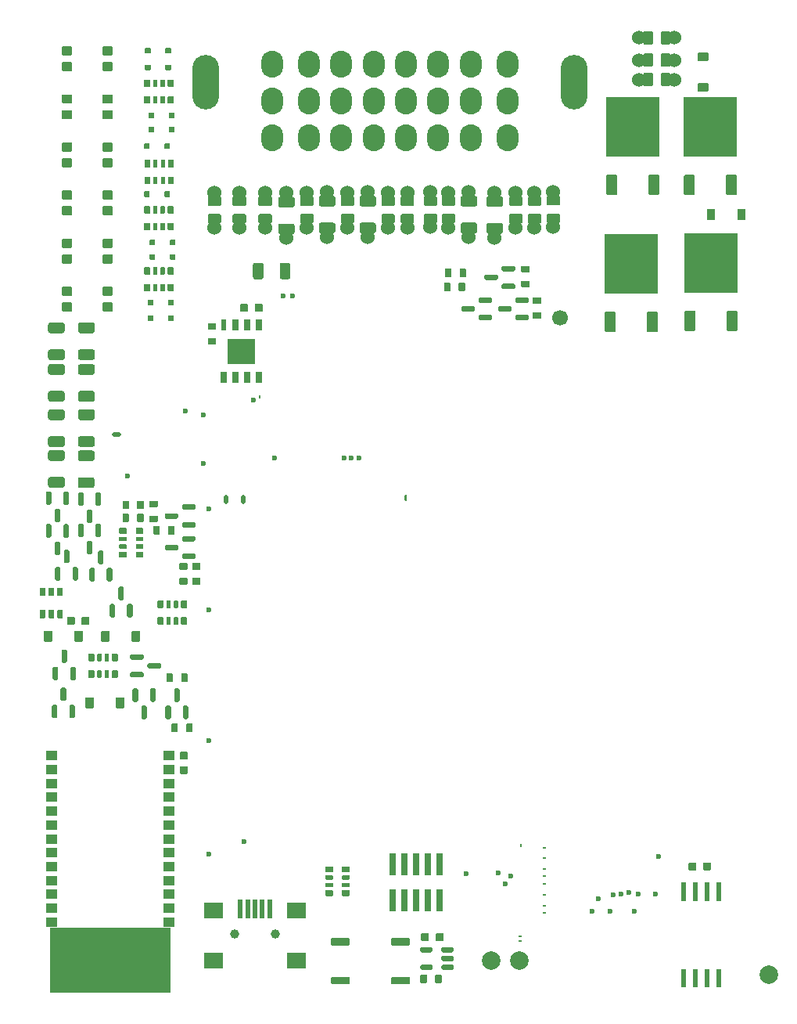
<source format=gts>
G04 #@! TF.GenerationSoftware,KiCad,Pcbnew,(6.0.1)*
G04 #@! TF.CreationDate,2022-03-17T21:37:21+02:00*
G04 #@! TF.ProjectId,alphax_2ch,616c7068-6178-45f3-9263-682e6b696361,b*
G04 #@! TF.SameCoordinates,PX141f5e0PYa2cace0*
G04 #@! TF.FileFunction,Soldermask,Top*
G04 #@! TF.FilePolarity,Negative*
%FSLAX46Y46*%
G04 Gerber Fmt 4.6, Leading zero omitted, Abs format (unit mm)*
G04 Created by KiCad (PCBNEW (6.0.1)) date 2022-03-17 21:37:21*
%MOMM*%
%LPD*%
G01*
G04 APERTURE LIST*
%ADD10C,0.120000*%
%ADD11O,0.399999X0.200000*%
%ADD12C,0.599999*%
%ADD13C,1.524000*%
%ADD14C,2.000000*%
%ADD15C,1.700000*%
%ADD16C,1.000000*%
%ADD17R,0.500000X2.000000*%
%ADD18R,2.000000X1.700000*%
%ADD19R,5.800000X6.400000*%
%ADD20O,0.250000X0.499999*%
%ADD21O,0.499999X0.250000*%
%ADD22O,1.000001X0.499999*%
%ADD23O,0.200000X0.499999*%
%ADD24R,0.650000X1.310000*%
%ADD25R,0.600000X1.310000*%
%ADD26R,1.500000X1.325000*%
%ADD27R,1.300000X1.000000*%
%ADD28O,2.900000X5.900000*%
%ADD29O,2.400000X2.900000*%
%ADD30O,0.499999X1.000001*%
%ADD31R,0.740000X2.400000*%
G04 APERTURE END LIST*
D10*
G04 #@! TO.C,U4*
X6700000Y200000D02*
X6700000Y7200000D01*
X6700000Y7200000D02*
X19700000Y7200000D01*
X19700000Y7200000D02*
X19700000Y200000D01*
X19700000Y200000D02*
X6700000Y200000D01*
G36*
X19700000Y200000D02*
G01*
X6700000Y200000D01*
X6700000Y7200000D01*
X19700000Y7200000D01*
X19700000Y200000D01*
G37*
X19700000Y200000D02*
X6700000Y200000D01*
X6700000Y7200000D01*
X19700000Y7200000D01*
X19700000Y200000D01*
G04 #@! TD*
G04 #@! TO.C,U2*
G36*
G01*
X8100000Y41490000D02*
X8100000Y40710000D01*
G75*
G02*
X8040000Y40650000I-60000J0D01*
G01*
X7560000Y40650000D01*
G75*
G02*
X7500000Y40710000I0J60000D01*
G01*
X7500000Y41490000D01*
G75*
G02*
X7560000Y41550000I60000J0D01*
G01*
X8040000Y41550000D01*
G75*
G02*
X8100000Y41490000I0J-60000D01*
G01*
G37*
G36*
G01*
X7150000Y41490000D02*
X7150000Y40710000D01*
G75*
G02*
X7090000Y40650000I-60000J0D01*
G01*
X6610000Y40650000D01*
G75*
G02*
X6550000Y40710000I0J60000D01*
G01*
X6550000Y41490000D01*
G75*
G02*
X6610000Y41550000I60000J0D01*
G01*
X7090000Y41550000D01*
G75*
G02*
X7150000Y41490000I0J-60000D01*
G01*
G37*
G36*
G01*
X6200000Y41490000D02*
X6200000Y40710000D01*
G75*
G02*
X6140000Y40650000I-60000J0D01*
G01*
X5660000Y40650000D01*
G75*
G02*
X5600000Y40710000I0J60000D01*
G01*
X5600000Y41490000D01*
G75*
G02*
X5660000Y41550000I60000J0D01*
G01*
X6140000Y41550000D01*
G75*
G02*
X6200000Y41490000I0J-60000D01*
G01*
G37*
G36*
G01*
X6200000Y43890000D02*
X6200000Y43110000D01*
G75*
G02*
X6140000Y43050000I-60000J0D01*
G01*
X5660000Y43050000D01*
G75*
G02*
X5600000Y43110000I0J60000D01*
G01*
X5600000Y43890000D01*
G75*
G02*
X5660000Y43950000I60000J0D01*
G01*
X6140000Y43950000D01*
G75*
G02*
X6200000Y43890000I0J-60000D01*
G01*
G37*
G36*
G01*
X7150000Y43890000D02*
X7150000Y43110000D01*
G75*
G02*
X7090000Y43050000I-60000J0D01*
G01*
X6610000Y43050000D01*
G75*
G02*
X6550000Y43110000I0J60000D01*
G01*
X6550000Y43890000D01*
G75*
G02*
X6610000Y43950000I60000J0D01*
G01*
X7090000Y43950000D01*
G75*
G02*
X7150000Y43890000I0J-60000D01*
G01*
G37*
G36*
G01*
X8100000Y43890000D02*
X8100000Y43110000D01*
G75*
G02*
X8040000Y43050000I-60000J0D01*
G01*
X7560000Y43050000D01*
G75*
G02*
X7500000Y43110000I0J60000D01*
G01*
X7500000Y43890000D01*
G75*
G02*
X7560000Y43950000I60000J0D01*
G01*
X8040000Y43950000D01*
G75*
G02*
X8100000Y43890000I0J-60000D01*
G01*
G37*
G04 #@! TD*
D11*
G04 #@! TO.C,M4*
X60263525Y8795163D03*
X60263525Y9555142D03*
X60263525Y10730135D03*
X60263525Y11905122D03*
X60263525Y12745034D03*
X60263525Y13495106D03*
X60263525Y14670117D03*
X60263525Y15845114D03*
D12*
X70363132Y10805111D03*
X69938124Y8970101D03*
X69388127Y11020109D03*
X68513168Y10805114D03*
X67663145Y10730107D03*
X67338129Y8970101D03*
X66038162Y10280101D03*
X65388145Y8970101D03*
X72563148Y14895116D03*
X72263146Y10820110D03*
G04 #@! TD*
G04 #@! TO.C,R8*
G36*
G01*
X50461417Y83351578D02*
X49211417Y83351578D01*
G75*
G02*
X49111417Y83451578I0J100000D01*
G01*
X49111417Y84251578D01*
G75*
G02*
X49211417Y84351578I100000J0D01*
G01*
X50461417Y84351578D01*
G75*
G02*
X50561417Y84251578I0J-100000D01*
G01*
X50561417Y83451578D01*
G75*
G02*
X50461417Y83351578I-100000J0D01*
G01*
G37*
D13*
X49836417Y82896579D03*
X49836417Y86706579D03*
G36*
G01*
X50461417Y85251600D02*
X49211417Y85251600D01*
G75*
G02*
X49111417Y85351600I0J100000D01*
G01*
X49111417Y86151600D01*
G75*
G02*
X49211417Y86251600I100000J0D01*
G01*
X50461417Y86251600D01*
G75*
G02*
X50561417Y86151600I0J-100000D01*
G01*
X50561417Y85351600D01*
G75*
G02*
X50461417Y85251600I-100000J0D01*
G01*
G37*
G04 #@! TD*
G04 #@! TO.C,R29*
G36*
G01*
X17510000Y53350000D02*
X18290000Y53350000D01*
G75*
G02*
X18360000Y53280000I0J-70000D01*
G01*
X18360000Y52720000D01*
G75*
G02*
X18290000Y52650000I-70000J0D01*
G01*
X17510000Y52650000D01*
G75*
G02*
X17440000Y52720000I0J70000D01*
G01*
X17440000Y53280000D01*
G75*
G02*
X17510000Y53350000I70000J0D01*
G01*
G37*
G36*
G01*
X17510000Y51750000D02*
X18290000Y51750000D01*
G75*
G02*
X18360000Y51680000I0J-70000D01*
G01*
X18360000Y51120000D01*
G75*
G02*
X18290000Y51050000I-70000J0D01*
G01*
X17510000Y51050000D01*
G75*
G02*
X17440000Y51120000I0J70000D01*
G01*
X17440000Y51680000D01*
G75*
G02*
X17510000Y51750000I70000J0D01*
G01*
G37*
G04 #@! TD*
G04 #@! TO.C,R2*
G36*
G01*
X16900000Y76065000D02*
X16900000Y76735000D01*
G75*
G02*
X16965000Y76800000I65000J0D01*
G01*
X17485000Y76800000D01*
G75*
G02*
X17550000Y76735000I0J-65000D01*
G01*
X17550000Y76065000D01*
G75*
G02*
X17485000Y76000000I-65000J0D01*
G01*
X16965000Y76000000D01*
G75*
G02*
X16900000Y76065000I0J65000D01*
G01*
G37*
G36*
G01*
X17875000Y76045000D02*
X17875000Y76755000D01*
G75*
G02*
X17920000Y76800000I45000J0D01*
G01*
X18280000Y76800000D01*
G75*
G02*
X18325000Y76755000I0J-45000D01*
G01*
X18325000Y76045000D01*
G75*
G02*
X18280000Y76000000I-45000J0D01*
G01*
X17920000Y76000000D01*
G75*
G02*
X17875000Y76045000I0J45000D01*
G01*
G37*
G36*
G01*
X18675000Y76045000D02*
X18675000Y76755000D01*
G75*
G02*
X18720000Y76800000I45000J0D01*
G01*
X19080000Y76800000D01*
G75*
G02*
X19125000Y76755000I0J-45000D01*
G01*
X19125000Y76045000D01*
G75*
G02*
X19080000Y76000000I-45000J0D01*
G01*
X18720000Y76000000D01*
G75*
G02*
X18675000Y76045000I0J45000D01*
G01*
G37*
G36*
G01*
X19450000Y76065000D02*
X19450000Y76735000D01*
G75*
G02*
X19515000Y76800000I65000J0D01*
G01*
X20035000Y76800000D01*
G75*
G02*
X20100000Y76735000I0J-65000D01*
G01*
X20100000Y76065000D01*
G75*
G02*
X20035000Y76000000I-65000J0D01*
G01*
X19515000Y76000000D01*
G75*
G02*
X19450000Y76065000I0J65000D01*
G01*
G37*
G36*
G01*
X19450000Y77865000D02*
X19450000Y78535000D01*
G75*
G02*
X19515000Y78600000I65000J0D01*
G01*
X20035000Y78600000D01*
G75*
G02*
X20100000Y78535000I0J-65000D01*
G01*
X20100000Y77865000D01*
G75*
G02*
X20035000Y77800000I-65000J0D01*
G01*
X19515000Y77800000D01*
G75*
G02*
X19450000Y77865000I0J65000D01*
G01*
G37*
G36*
G01*
X18675000Y77845000D02*
X18675000Y78555000D01*
G75*
G02*
X18720000Y78600000I45000J0D01*
G01*
X19080000Y78600000D01*
G75*
G02*
X19125000Y78555000I0J-45000D01*
G01*
X19125000Y77845000D01*
G75*
G02*
X19080000Y77800000I-45000J0D01*
G01*
X18720000Y77800000D01*
G75*
G02*
X18675000Y77845000I0J45000D01*
G01*
G37*
G36*
G01*
X17875000Y77845000D02*
X17875000Y78555000D01*
G75*
G02*
X17920000Y78600000I45000J0D01*
G01*
X18280000Y78600000D01*
G75*
G02*
X18325000Y78555000I0J-45000D01*
G01*
X18325000Y77845000D01*
G75*
G02*
X18280000Y77800000I-45000J0D01*
G01*
X17920000Y77800000D01*
G75*
G02*
X17875000Y77845000I0J45000D01*
G01*
G37*
G36*
G01*
X16900000Y77865000D02*
X16900000Y78535000D01*
G75*
G02*
X16965000Y78600000I65000J0D01*
G01*
X17485000Y78600000D01*
G75*
G02*
X17550000Y78535000I0J-65000D01*
G01*
X17550000Y77865000D01*
G75*
G02*
X17485000Y77800000I-65000J0D01*
G01*
X16965000Y77800000D01*
G75*
G02*
X16900000Y77865000I0J65000D01*
G01*
G37*
G04 #@! TD*
G04 #@! TO.C,R4*
G36*
G01*
X20124000Y90147000D02*
X20124000Y89477000D01*
G75*
G02*
X20059000Y89412000I-65000J0D01*
G01*
X19539000Y89412000D01*
G75*
G02*
X19474000Y89477000I0J65000D01*
G01*
X19474000Y90147000D01*
G75*
G02*
X19539000Y90212000I65000J0D01*
G01*
X20059000Y90212000D01*
G75*
G02*
X20124000Y90147000I0J-65000D01*
G01*
G37*
G36*
G01*
X19149000Y90167000D02*
X19149000Y89457000D01*
G75*
G02*
X19104000Y89412000I-45000J0D01*
G01*
X18744000Y89412000D01*
G75*
G02*
X18699000Y89457000I0J45000D01*
G01*
X18699000Y90167000D01*
G75*
G02*
X18744000Y90212000I45000J0D01*
G01*
X19104000Y90212000D01*
G75*
G02*
X19149000Y90167000I0J-45000D01*
G01*
G37*
G36*
G01*
X18349000Y90167000D02*
X18349000Y89457000D01*
G75*
G02*
X18304000Y89412000I-45000J0D01*
G01*
X17944000Y89412000D01*
G75*
G02*
X17899000Y89457000I0J45000D01*
G01*
X17899000Y90167000D01*
G75*
G02*
X17944000Y90212000I45000J0D01*
G01*
X18304000Y90212000D01*
G75*
G02*
X18349000Y90167000I0J-45000D01*
G01*
G37*
G36*
G01*
X17574000Y90147000D02*
X17574000Y89477000D01*
G75*
G02*
X17509000Y89412000I-65000J0D01*
G01*
X16989000Y89412000D01*
G75*
G02*
X16924000Y89477000I0J65000D01*
G01*
X16924000Y90147000D01*
G75*
G02*
X16989000Y90212000I65000J0D01*
G01*
X17509000Y90212000D01*
G75*
G02*
X17574000Y90147000I0J-65000D01*
G01*
G37*
G36*
G01*
X17574000Y88347000D02*
X17574000Y87677000D01*
G75*
G02*
X17509000Y87612000I-65000J0D01*
G01*
X16989000Y87612000D01*
G75*
G02*
X16924000Y87677000I0J65000D01*
G01*
X16924000Y88347000D01*
G75*
G02*
X16989000Y88412000I65000J0D01*
G01*
X17509000Y88412000D01*
G75*
G02*
X17574000Y88347000I0J-65000D01*
G01*
G37*
G36*
G01*
X18349000Y88367000D02*
X18349000Y87657000D01*
G75*
G02*
X18304000Y87612000I-45000J0D01*
G01*
X17944000Y87612000D01*
G75*
G02*
X17899000Y87657000I0J45000D01*
G01*
X17899000Y88367000D01*
G75*
G02*
X17944000Y88412000I45000J0D01*
G01*
X18304000Y88412000D01*
G75*
G02*
X18349000Y88367000I0J-45000D01*
G01*
G37*
G36*
G01*
X19149000Y88367000D02*
X19149000Y87657000D01*
G75*
G02*
X19104000Y87612000I-45000J0D01*
G01*
X18744000Y87612000D01*
G75*
G02*
X18699000Y87657000I0J45000D01*
G01*
X18699000Y88367000D01*
G75*
G02*
X18744000Y88412000I45000J0D01*
G01*
X19104000Y88412000D01*
G75*
G02*
X19149000Y88367000I0J-45000D01*
G01*
G37*
G36*
G01*
X20124000Y88347000D02*
X20124000Y87677000D01*
G75*
G02*
X20059000Y87612000I-65000J0D01*
G01*
X19539000Y87612000D01*
G75*
G02*
X19474000Y87677000I0J65000D01*
G01*
X19474000Y88347000D01*
G75*
G02*
X19539000Y88412000I65000J0D01*
G01*
X20059000Y88412000D01*
G75*
G02*
X20124000Y88347000I0J-65000D01*
G01*
G37*
G04 #@! TD*
G04 #@! TO.C,C3*
G36*
G01*
X20860000Y26215001D02*
X21540000Y26215001D01*
G75*
G02*
X21625000Y26130001I0J-85000D01*
G01*
X21625000Y25450001D01*
G75*
G02*
X21540000Y25365001I-85000J0D01*
G01*
X20860000Y25365001D01*
G75*
G02*
X20775000Y25450001I0J85000D01*
G01*
X20775000Y26130001D01*
G75*
G02*
X20860000Y26215001I85000J0D01*
G01*
G37*
G36*
G01*
X20860000Y24634999D02*
X21540000Y24634999D01*
G75*
G02*
X21625000Y24549999I0J-85000D01*
G01*
X21625000Y23869999D01*
G75*
G02*
X21540000Y23784999I-85000J0D01*
G01*
X20860000Y23784999D01*
G75*
G02*
X20775000Y23869999I0J85000D01*
G01*
X20775000Y24549999D01*
G75*
G02*
X20860000Y24634999I85000J0D01*
G01*
G37*
G04 #@! TD*
G04 #@! TO.C,R9*
X47882571Y82918049D03*
G36*
G01*
X48507571Y83373048D02*
X47257571Y83373048D01*
G75*
G02*
X47157571Y83473048I0J100000D01*
G01*
X47157571Y84273048D01*
G75*
G02*
X47257571Y84373048I100000J0D01*
G01*
X48507571Y84373048D01*
G75*
G02*
X48607571Y84273048I0J-100000D01*
G01*
X48607571Y83473048D01*
G75*
G02*
X48507571Y83373048I-100000J0D01*
G01*
G37*
G36*
G01*
X48507571Y85273070D02*
X47257571Y85273070D01*
G75*
G02*
X47157571Y85373070I0J100000D01*
G01*
X47157571Y86173070D01*
G75*
G02*
X47257571Y86273070I100000J0D01*
G01*
X48507571Y86273070D01*
G75*
G02*
X48607571Y86173070I0J-100000D01*
G01*
X48607571Y85373070D01*
G75*
G02*
X48507571Y85273070I-100000J0D01*
G01*
G37*
X47882571Y86728049D03*
G04 #@! TD*
G04 #@! TO.C,R21*
G36*
G01*
X8300000Y60094990D02*
X8300000Y59404990D01*
G75*
G02*
X8070000Y59174990I-230000J0D01*
G01*
X6730000Y59174990D01*
G75*
G02*
X6500000Y59404990I0J230000D01*
G01*
X6500000Y60094990D01*
G75*
G02*
X6730000Y60324990I230000J0D01*
G01*
X8070000Y60324990D01*
G75*
G02*
X8300000Y60094990I0J-230000D01*
G01*
G37*
G36*
G01*
X8300000Y62995010D02*
X8300000Y62305010D01*
G75*
G02*
X8070000Y62075010I-230000J0D01*
G01*
X6730000Y62075010D01*
G75*
G02*
X6500000Y62305010I0J230000D01*
G01*
X6500000Y62995010D01*
G75*
G02*
X6730000Y63225010I230000J0D01*
G01*
X8070000Y63225010D01*
G75*
G02*
X8300000Y62995010I0J-230000D01*
G01*
G37*
G04 #@! TD*
D14*
G04 #@! TO.C,J5*
X54500000Y3650000D03*
G04 #@! TD*
D13*
G04 #@! TO.C,F4*
X36700000Y86750000D03*
G36*
G01*
X35800000Y85405010D02*
X35800000Y86095010D01*
G75*
G02*
X36030000Y86325010I230000J0D01*
G01*
X37370000Y86325010D01*
G75*
G02*
X37600000Y86095010I0J-230000D01*
G01*
X37600000Y85405010D01*
G75*
G02*
X37370000Y85175010I-230000J0D01*
G01*
X36030000Y85175010D01*
G75*
G02*
X35800000Y85405010I0J230000D01*
G01*
G37*
X36700000Y81850000D03*
G36*
G01*
X35800000Y82504990D02*
X35800000Y83194990D01*
G75*
G02*
X36030000Y83424990I230000J0D01*
G01*
X37370000Y83424990D01*
G75*
G02*
X37600000Y83194990I0J-230000D01*
G01*
X37600000Y82504990D01*
G75*
G02*
X37370000Y82274990I-230000J0D01*
G01*
X36030000Y82274990D01*
G75*
G02*
X35800000Y82504990I0J230000D01*
G01*
G37*
G04 #@! TD*
G04 #@! TO.C,Q13*
G36*
G01*
X57075000Y76700000D02*
X57075000Y76400000D01*
G75*
G02*
X56925000Y76250000I-150000J0D01*
G01*
X55750000Y76250000D01*
G75*
G02*
X55600000Y76400000I0J150000D01*
G01*
X55600000Y76700000D01*
G75*
G02*
X55750000Y76850000I150000J0D01*
G01*
X56925000Y76850000D01*
G75*
G02*
X57075000Y76700000I0J-150000D01*
G01*
G37*
G36*
G01*
X55200000Y77650000D02*
X55200000Y77350000D01*
G75*
G02*
X55050000Y77200000I-150000J0D01*
G01*
X53875000Y77200000D01*
G75*
G02*
X53725000Y77350000I0J150000D01*
G01*
X53725000Y77650000D01*
G75*
G02*
X53875000Y77800000I150000J0D01*
G01*
X55050000Y77800000D01*
G75*
G02*
X55200000Y77650000I0J-150000D01*
G01*
G37*
G36*
G01*
X57075000Y78600000D02*
X57075000Y78300000D01*
G75*
G02*
X56925000Y78150000I-150000J0D01*
G01*
X55750000Y78150000D01*
G75*
G02*
X55600000Y78300000I0J150000D01*
G01*
X55600000Y78600000D01*
G75*
G02*
X55750000Y78750000I150000J0D01*
G01*
X56925000Y78750000D01*
G75*
G02*
X57075000Y78600000I0J-150000D01*
G01*
G37*
G04 #@! TD*
G04 #@! TO.C,D1*
G36*
G01*
X17561499Y80000000D02*
X18041499Y80000000D01*
G75*
G02*
X18101499Y79940000I0J-60000D01*
G01*
X18101499Y79460000D01*
G75*
G02*
X18041499Y79400000I-60000J0D01*
G01*
X17561499Y79400000D01*
G75*
G02*
X17501499Y79460000I0J60000D01*
G01*
X17501499Y79940000D01*
G75*
G02*
X17561499Y80000000I60000J0D01*
G01*
G37*
G36*
G01*
X19761499Y80000000D02*
X20241499Y80000000D01*
G75*
G02*
X20301499Y79940000I0J-60000D01*
G01*
X20301499Y79460000D01*
G75*
G02*
X20241499Y79400000I-60000J0D01*
G01*
X19761499Y79400000D01*
G75*
G02*
X19701499Y79460000I0J60000D01*
G01*
X19701499Y79940000D01*
G75*
G02*
X19761499Y80000000I60000J0D01*
G01*
G37*
G04 #@! TD*
G04 #@! TO.C,D15*
G36*
G01*
X13399998Y84200001D02*
X12499998Y84200001D01*
G75*
G02*
X12399998Y84300001I0J100000D01*
G01*
X12399998Y85100001D01*
G75*
G02*
X12499998Y85200001I100000J0D01*
G01*
X13399998Y85200001D01*
G75*
G02*
X13499998Y85100001I0J-100000D01*
G01*
X13499998Y84300001D01*
G75*
G02*
X13399998Y84200001I-100000J0D01*
G01*
G37*
G36*
G01*
X13399998Y85900001D02*
X12499998Y85900001D01*
G75*
G02*
X12399998Y86000001I0J100000D01*
G01*
X12399998Y86800001D01*
G75*
G02*
X12499998Y86900001I100000J0D01*
G01*
X13399998Y86900001D01*
G75*
G02*
X13499998Y86800001I0J-100000D01*
G01*
X13499998Y86000001D01*
G75*
G02*
X13399998Y85900001I-100000J0D01*
G01*
G37*
G04 #@! TD*
G04 #@! TO.C,C1*
G36*
G01*
X27284999Y73860000D02*
X27284999Y74540000D01*
G75*
G02*
X27369999Y74625000I85000J0D01*
G01*
X28049999Y74625000D01*
G75*
G02*
X28134999Y74540000I0J-85000D01*
G01*
X28134999Y73860000D01*
G75*
G02*
X28049999Y73775000I-85000J0D01*
G01*
X27369999Y73775000D01*
G75*
G02*
X27284999Y73860000I0J85000D01*
G01*
G37*
G36*
G01*
X28865001Y73860000D02*
X28865001Y74540000D01*
G75*
G02*
X28950001Y74625000I85000J0D01*
G01*
X29630001Y74625000D01*
G75*
G02*
X29715001Y74540000I0J-85000D01*
G01*
X29715001Y73860000D01*
G75*
G02*
X29630001Y73775000I-85000J0D01*
G01*
X28950001Y73775000D01*
G75*
G02*
X28865001Y73860000I0J85000D01*
G01*
G37*
G04 #@! TD*
G04 #@! TO.C,S1*
G36*
G01*
X43730000Y6050001D02*
X45570000Y6050001D01*
G75*
G02*
X45650000Y5970001I0J-80000D01*
G01*
X45650000Y5330001D01*
G75*
G02*
X45570000Y5250001I-80000J0D01*
G01*
X43730000Y5250001D01*
G75*
G02*
X43650000Y5330001I0J80000D01*
G01*
X43650000Y5970001D01*
G75*
G02*
X43730000Y6050001I80000J0D01*
G01*
G37*
G36*
G01*
X43730000Y1850000D02*
X45570000Y1850000D01*
G75*
G02*
X45650000Y1770000I0J-80000D01*
G01*
X45650000Y1130000D01*
G75*
G02*
X45570000Y1050000I-80000J0D01*
G01*
X43730000Y1050000D01*
G75*
G02*
X43650000Y1130000I0J80000D01*
G01*
X43650000Y1770000D01*
G75*
G02*
X43730000Y1850000I80000J0D01*
G01*
G37*
G04 #@! TD*
G04 #@! TO.C,D6*
G36*
G01*
X17058502Y102312502D02*
X17538502Y102312502D01*
G75*
G02*
X17598502Y102252502I0J-60000D01*
G01*
X17598502Y101772502D01*
G75*
G02*
X17538502Y101712502I-60000J0D01*
G01*
X17058502Y101712502D01*
G75*
G02*
X16998502Y101772502I0J60000D01*
G01*
X16998502Y102252502D01*
G75*
G02*
X17058502Y102312502I60000J0D01*
G01*
G37*
G36*
G01*
X19258502Y102312502D02*
X19738502Y102312502D01*
G75*
G02*
X19798502Y102252502I0J-60000D01*
G01*
X19798502Y101772502D01*
G75*
G02*
X19738502Y101712502I-60000J0D01*
G01*
X19258502Y101712502D01*
G75*
G02*
X19198502Y101772502I0J60000D01*
G01*
X19198502Y102252502D01*
G75*
G02*
X19258502Y102312502I60000J0D01*
G01*
G37*
G04 #@! TD*
G04 #@! TO.C,C4*
G36*
G01*
X49315001Y6490000D02*
X49315001Y5810000D01*
G75*
G02*
X49230001Y5725000I-85000J0D01*
G01*
X48550001Y5725000D01*
G75*
G02*
X48465001Y5810000I0J85000D01*
G01*
X48465001Y6490000D01*
G75*
G02*
X48550001Y6575000I85000J0D01*
G01*
X49230001Y6575000D01*
G75*
G02*
X49315001Y6490000I0J-85000D01*
G01*
G37*
G36*
G01*
X47734999Y6490000D02*
X47734999Y5810000D01*
G75*
G02*
X47649999Y5725000I-85000J0D01*
G01*
X46969999Y5725000D01*
G75*
G02*
X46884999Y5810000I0J85000D01*
G01*
X46884999Y6490000D01*
G75*
G02*
X46969999Y6575000I85000J0D01*
G01*
X47649999Y6575000D01*
G75*
G02*
X47734999Y6490000I0J-85000D01*
G01*
G37*
G04 #@! TD*
G04 #@! TO.C,Q1*
G36*
G01*
X7350000Y29825000D02*
X7050000Y29825000D01*
G75*
G02*
X6900000Y29975000I0J150000D01*
G01*
X6900000Y31150000D01*
G75*
G02*
X7050000Y31300000I150000J0D01*
G01*
X7350000Y31300000D01*
G75*
G02*
X7500000Y31150000I0J-150000D01*
G01*
X7500000Y29975000D01*
G75*
G02*
X7350000Y29825000I-150000J0D01*
G01*
G37*
G36*
G01*
X8300000Y31700000D02*
X8000000Y31700000D01*
G75*
G02*
X7850000Y31850000I0J150000D01*
G01*
X7850000Y33025000D01*
G75*
G02*
X8000000Y33175000I150000J0D01*
G01*
X8300000Y33175000D01*
G75*
G02*
X8450000Y33025000I0J-150000D01*
G01*
X8450000Y31850000D01*
G75*
G02*
X8300000Y31700000I-150000J0D01*
G01*
G37*
G36*
G01*
X9250000Y29825000D02*
X8950000Y29825000D01*
G75*
G02*
X8800000Y29975000I0J150000D01*
G01*
X8800000Y31150000D01*
G75*
G02*
X8950000Y31300000I150000J0D01*
G01*
X9250000Y31300000D01*
G75*
G02*
X9400000Y31150000I0J-150000D01*
G01*
X9400000Y29975000D01*
G75*
G02*
X9250000Y29825000I-150000J0D01*
G01*
G37*
G04 #@! TD*
G04 #@! TO.C,R24*
G36*
G01*
X8300000Y64994990D02*
X8300000Y64304990D01*
G75*
G02*
X8070000Y64074990I-230000J0D01*
G01*
X6730000Y64074990D01*
G75*
G02*
X6500000Y64304990I0J230000D01*
G01*
X6500000Y64994990D01*
G75*
G02*
X6730000Y65224990I230000J0D01*
G01*
X8070000Y65224990D01*
G75*
G02*
X8300000Y64994990I0J-230000D01*
G01*
G37*
G36*
G01*
X8300000Y67895010D02*
X8300000Y67205010D01*
G75*
G02*
X8070000Y66975010I-230000J0D01*
G01*
X6730000Y66975010D01*
G75*
G02*
X6500000Y67205010I0J230000D01*
G01*
X6500000Y67895010D01*
G75*
G02*
X6730000Y68125010I230000J0D01*
G01*
X8070000Y68125010D01*
G75*
G02*
X8300000Y67895010I0J-230000D01*
G01*
G37*
G04 #@! TD*
G04 #@! TO.C,D28*
G36*
G01*
X10250000Y39210000D02*
X10250000Y38190000D01*
G75*
G02*
X10160000Y38100000I-90000J0D01*
G01*
X9440000Y38100000D01*
G75*
G02*
X9350000Y38190000I0J90000D01*
G01*
X9350000Y39210000D01*
G75*
G02*
X9440000Y39300000I90000J0D01*
G01*
X10160000Y39300000D01*
G75*
G02*
X10250000Y39210000I0J-90000D01*
G01*
G37*
G36*
G01*
X6950000Y39210000D02*
X6950000Y38190000D01*
G75*
G02*
X6860000Y38100000I-90000J0D01*
G01*
X6140000Y38100000D01*
G75*
G02*
X6050000Y38190000I0J90000D01*
G01*
X6050000Y39210000D01*
G75*
G02*
X6140000Y39300000I90000J0D01*
G01*
X6860000Y39300000D01*
G75*
G02*
X6950000Y39210000I0J-90000D01*
G01*
G37*
G04 #@! TD*
G04 #@! TO.C,D12*
G36*
G01*
X13399998Y79000001D02*
X12499998Y79000001D01*
G75*
G02*
X12399998Y79100001I0J100000D01*
G01*
X12399998Y79900001D01*
G75*
G02*
X12499998Y80000001I100000J0D01*
G01*
X13399998Y80000001D01*
G75*
G02*
X13499998Y79900001I0J-100000D01*
G01*
X13499998Y79100001D01*
G75*
G02*
X13399998Y79000001I-100000J0D01*
G01*
G37*
G36*
G01*
X13399998Y80700001D02*
X12499998Y80700001D01*
G75*
G02*
X12399998Y80800001I0J100000D01*
G01*
X12399998Y81600001D01*
G75*
G02*
X12499998Y81700001I100000J0D01*
G01*
X13399998Y81700001D01*
G75*
G02*
X13499998Y81600001I0J-100000D01*
G01*
X13499998Y80800001D01*
G75*
G02*
X13399998Y80700001I-100000J0D01*
G01*
G37*
G04 #@! TD*
D15*
G04 #@! TO.C,P2*
X61958000Y73100000D03*
G04 #@! TD*
G04 #@! TO.C,R38*
G36*
G01*
X19850000Y28410000D02*
X19850000Y29190000D01*
G75*
G02*
X19920000Y29260000I70000J0D01*
G01*
X20480000Y29260000D01*
G75*
G02*
X20550000Y29190000I0J-70000D01*
G01*
X20550000Y28410000D01*
G75*
G02*
X20480000Y28340000I-70000J0D01*
G01*
X19920000Y28340000D01*
G75*
G02*
X19850000Y28410000I0J70000D01*
G01*
G37*
G36*
G01*
X21450000Y28410000D02*
X21450000Y29190000D01*
G75*
G02*
X21520000Y29260000I70000J0D01*
G01*
X22080000Y29260000D01*
G75*
G02*
X22150000Y29190000I0J-70000D01*
G01*
X22150000Y28410000D01*
G75*
G02*
X22080000Y28340000I-70000J0D01*
G01*
X21520000Y28340000D01*
G75*
G02*
X21450000Y28410000I0J70000D01*
G01*
G37*
G04 #@! TD*
G04 #@! TO.C,D22*
G36*
G01*
X17060000Y100500000D02*
X17540000Y100500000D01*
G75*
G02*
X17600000Y100440000I0J-60000D01*
G01*
X17600000Y99960000D01*
G75*
G02*
X17540000Y99900000I-60000J0D01*
G01*
X17060000Y99900000D01*
G75*
G02*
X17000000Y99960000I0J60000D01*
G01*
X17000000Y100440000D01*
G75*
G02*
X17060000Y100500000I60000J0D01*
G01*
G37*
G36*
G01*
X19260000Y100500000D02*
X19740000Y100500000D01*
G75*
G02*
X19800000Y100440000I0J-60000D01*
G01*
X19800000Y99960000D01*
G75*
G02*
X19740000Y99900000I-60000J0D01*
G01*
X19260000Y99900000D01*
G75*
G02*
X19200000Y99960000I0J60000D01*
G01*
X19200000Y100440000D01*
G75*
G02*
X19260000Y100500000I60000J0D01*
G01*
G37*
G04 #@! TD*
G04 #@! TO.C,R32*
G36*
G01*
X51650000Y76856000D02*
X51650000Y76076000D01*
G75*
G02*
X51580000Y76006000I-70000J0D01*
G01*
X51020000Y76006000D01*
G75*
G02*
X50950000Y76076000I0J70000D01*
G01*
X50950000Y76856000D01*
G75*
G02*
X51020000Y76926000I70000J0D01*
G01*
X51580000Y76926000D01*
G75*
G02*
X51650000Y76856000I0J-70000D01*
G01*
G37*
G36*
G01*
X50050000Y76856000D02*
X50050000Y76076000D01*
G75*
G02*
X49980000Y76006000I-70000J0D01*
G01*
X49420000Y76006000D01*
G75*
G02*
X49350000Y76076000I0J70000D01*
G01*
X49350000Y76856000D01*
G75*
G02*
X49420000Y76926000I70000J0D01*
G01*
X49980000Y76926000D01*
G75*
G02*
X50050000Y76856000I0J-70000D01*
G01*
G37*
G04 #@! TD*
G04 #@! TO.C,D11*
G36*
G01*
X13399998Y94600001D02*
X12499998Y94600001D01*
G75*
G02*
X12399998Y94700001I0J100000D01*
G01*
X12399998Y95500001D01*
G75*
G02*
X12499998Y95600001I100000J0D01*
G01*
X13399998Y95600001D01*
G75*
G02*
X13499998Y95500001I0J-100000D01*
G01*
X13499998Y94700001D01*
G75*
G02*
X13399998Y94600001I-100000J0D01*
G01*
G37*
G36*
G01*
X13399998Y96300001D02*
X12499998Y96300001D01*
G75*
G02*
X12399998Y96400001I0J100000D01*
G01*
X12399998Y97200001D01*
G75*
G02*
X12499998Y97300001I100000J0D01*
G01*
X13399998Y97300001D01*
G75*
G02*
X13499998Y97200001I0J-100000D01*
G01*
X13499998Y96400001D01*
G75*
G02*
X13399998Y96300001I-100000J0D01*
G01*
G37*
G04 #@! TD*
D13*
G04 #@! TO.C,R11*
X24500000Y82895000D03*
G36*
G01*
X25125000Y83349999D02*
X23875000Y83349999D01*
G75*
G02*
X23775000Y83449999I0J100000D01*
G01*
X23775000Y84249999D01*
G75*
G02*
X23875000Y84349999I100000J0D01*
G01*
X25125000Y84349999D01*
G75*
G02*
X25225000Y84249999I0J-100000D01*
G01*
X25225000Y83449999D01*
G75*
G02*
X25125000Y83349999I-100000J0D01*
G01*
G37*
G36*
G01*
X25125000Y85250021D02*
X23875000Y85250021D01*
G75*
G02*
X23775000Y85350021I0J100000D01*
G01*
X23775000Y86150021D01*
G75*
G02*
X23875000Y86250021I100000J0D01*
G01*
X25125000Y86250021D01*
G75*
G02*
X25225000Y86150021I0J-100000D01*
G01*
X25225000Y85350021D01*
G75*
G02*
X25125000Y85250021I-100000J0D01*
G01*
G37*
X24500000Y86705000D03*
G04 #@! TD*
G04 #@! TO.C,R6*
X74305000Y103400000D03*
G36*
G01*
X73850001Y104025000D02*
X73850001Y102775000D01*
G75*
G02*
X73750001Y102675000I-100000J0D01*
G01*
X72950001Y102675000D01*
G75*
G02*
X72850001Y102775000I0J100000D01*
G01*
X72850001Y104025000D01*
G75*
G02*
X72950001Y104125000I100000J0D01*
G01*
X73750001Y104125000D01*
G75*
G02*
X73850001Y104025000I0J-100000D01*
G01*
G37*
G36*
G01*
X71949979Y104025000D02*
X71949979Y102775000D01*
G75*
G02*
X71849979Y102675000I-100000J0D01*
G01*
X71049979Y102675000D01*
G75*
G02*
X70949979Y102775000I0J100000D01*
G01*
X70949979Y104025000D01*
G75*
G02*
X71049979Y104125000I100000J0D01*
G01*
X71849979Y104125000D01*
G75*
G02*
X71949979Y104025000I0J-100000D01*
G01*
G37*
X70495000Y103400000D03*
G04 #@! TD*
D16*
G04 #@! TO.C,J1*
X31100000Y6475000D03*
X26700000Y6475000D03*
D17*
X27300000Y9175000D03*
X28100000Y9175000D03*
X28900000Y9175000D03*
X29700000Y9175000D03*
X30500000Y9175000D03*
D18*
X24450000Y9075000D03*
X33350000Y9075000D03*
X24450000Y3625000D03*
X33350000Y3625000D03*
G04 #@! TD*
G04 #@! TO.C,R36*
G36*
G01*
X11522072Y55654980D02*
X11522072Y54964980D01*
G75*
G02*
X11292072Y54734980I-230000J0D01*
G01*
X9952072Y54734980D01*
G75*
G02*
X9722072Y54964980I0J230000D01*
G01*
X9722072Y55654980D01*
G75*
G02*
X9952072Y55884980I230000J0D01*
G01*
X11292072Y55884980D01*
G75*
G02*
X11522072Y55654980I0J-230000D01*
G01*
G37*
G36*
G01*
X11522072Y58555000D02*
X11522072Y57865000D01*
G75*
G02*
X11292072Y57635000I-230000J0D01*
G01*
X9952072Y57635000D01*
G75*
G02*
X9722072Y57865000I0J230000D01*
G01*
X9722072Y58555000D01*
G75*
G02*
X9952072Y58785000I230000J0D01*
G01*
X11292072Y58785000D01*
G75*
G02*
X11522072Y58555000I0J-230000D01*
G01*
G37*
G04 #@! TD*
G04 #@! TO.C,Q8*
G36*
G01*
X76400000Y86400000D02*
X75440000Y86400000D01*
G75*
G02*
X75320000Y86520000I0J120000D01*
G01*
X75320000Y88480000D01*
G75*
G02*
X75440000Y88600000I120000J0D01*
G01*
X76400000Y88600000D01*
G75*
G02*
X76520000Y88480000I0J-120000D01*
G01*
X76520000Y86520000D01*
G75*
G02*
X76400000Y86400000I-120000J0D01*
G01*
G37*
D19*
X78200000Y93800000D03*
G36*
G01*
X80960000Y86400000D02*
X80000000Y86400000D01*
G75*
G02*
X79880000Y86520000I0J120000D01*
G01*
X79880000Y88480000D01*
G75*
G02*
X80000000Y88600000I120000J0D01*
G01*
X80960000Y88600000D01*
G75*
G02*
X81080000Y88480000I0J-120000D01*
G01*
X81080000Y86520000D01*
G75*
G02*
X80960000Y86400000I-120000J0D01*
G01*
G37*
G04 #@! TD*
G04 #@! TO.C,Q4*
G36*
G01*
X8300000Y50825000D02*
X8600000Y50825000D01*
G75*
G02*
X8750000Y50675000I0J-150000D01*
G01*
X8750000Y49500000D01*
G75*
G02*
X8600000Y49350000I-150000J0D01*
G01*
X8300000Y49350000D01*
G75*
G02*
X8150000Y49500000I0J150000D01*
G01*
X8150000Y50675000D01*
G75*
G02*
X8300000Y50825000I150000J0D01*
G01*
G37*
G36*
G01*
X7350000Y48950000D02*
X7650000Y48950000D01*
G75*
G02*
X7800000Y48800000I0J-150000D01*
G01*
X7800000Y47625000D01*
G75*
G02*
X7650000Y47475000I-150000J0D01*
G01*
X7350000Y47475000D01*
G75*
G02*
X7200000Y47625000I0J150000D01*
G01*
X7200000Y48800000D01*
G75*
G02*
X7350000Y48950000I150000J0D01*
G01*
G37*
G36*
G01*
X6400000Y50825000D02*
X6700000Y50825000D01*
G75*
G02*
X6850000Y50675000I0J-150000D01*
G01*
X6850000Y49500000D01*
G75*
G02*
X6700000Y49350000I-150000J0D01*
G01*
X6400000Y49350000D01*
G75*
G02*
X6250000Y49500000I0J150000D01*
G01*
X6250000Y50675000D01*
G75*
G02*
X6400000Y50825000I150000J0D01*
G01*
G37*
G04 #@! TD*
G04 #@! TO.C,Q3*
G36*
G01*
X7450000Y33925000D02*
X7150000Y33925000D01*
G75*
G02*
X7000000Y34075000I0J150000D01*
G01*
X7000000Y35250000D01*
G75*
G02*
X7150000Y35400000I150000J0D01*
G01*
X7450000Y35400000D01*
G75*
G02*
X7600000Y35250000I0J-150000D01*
G01*
X7600000Y34075000D01*
G75*
G02*
X7450000Y33925000I-150000J0D01*
G01*
G37*
G36*
G01*
X8400000Y35800000D02*
X8100000Y35800000D01*
G75*
G02*
X7950000Y35950000I0J150000D01*
G01*
X7950000Y37125000D01*
G75*
G02*
X8100000Y37275000I150000J0D01*
G01*
X8400000Y37275000D01*
G75*
G02*
X8550000Y37125000I0J-150000D01*
G01*
X8550000Y35950000D01*
G75*
G02*
X8400000Y35800000I-150000J0D01*
G01*
G37*
G36*
G01*
X9350000Y33925000D02*
X9050000Y33925000D01*
G75*
G02*
X8900000Y34075000I0J150000D01*
G01*
X8900000Y35250000D01*
G75*
G02*
X9050000Y35400000I150000J0D01*
G01*
X9350000Y35400000D01*
G75*
G02*
X9500000Y35250000I0J-150000D01*
G01*
X9500000Y34075000D01*
G75*
G02*
X9350000Y33925000I-150000J0D01*
G01*
G37*
G04 #@! TD*
G04 #@! TO.C,R30*
G36*
G01*
X59808000Y73050000D02*
X59028000Y73050000D01*
G75*
G02*
X58958000Y73120000I0J70000D01*
G01*
X58958000Y73680000D01*
G75*
G02*
X59028000Y73750000I70000J0D01*
G01*
X59808000Y73750000D01*
G75*
G02*
X59878000Y73680000I0J-70000D01*
G01*
X59878000Y73120000D01*
G75*
G02*
X59808000Y73050000I-70000J0D01*
G01*
G37*
G36*
G01*
X59808000Y74650000D02*
X59028000Y74650000D01*
G75*
G02*
X58958000Y74720000I0J70000D01*
G01*
X58958000Y75280000D01*
G75*
G02*
X59028000Y75350000I70000J0D01*
G01*
X59808000Y75350000D01*
G75*
G02*
X59878000Y75280000I0J-70000D01*
G01*
X59878000Y74720000D01*
G75*
G02*
X59808000Y74650000I-70000J0D01*
G01*
G37*
G04 #@! TD*
G04 #@! TO.C,R41*
G36*
G01*
X20760000Y46600000D02*
X21540000Y46600000D01*
G75*
G02*
X21610000Y46530000I0J-70000D01*
G01*
X21610000Y45970000D01*
G75*
G02*
X21540000Y45900000I-70000J0D01*
G01*
X20760000Y45900000D01*
G75*
G02*
X20690000Y45970000I0J70000D01*
G01*
X20690000Y46530000D01*
G75*
G02*
X20760000Y46600000I70000J0D01*
G01*
G37*
G36*
G01*
X20760000Y45000000D02*
X21540000Y45000000D01*
G75*
G02*
X21610000Y44930000I0J-70000D01*
G01*
X21610000Y44370000D01*
G75*
G02*
X21540000Y44300000I-70000J0D01*
G01*
X20760000Y44300000D01*
G75*
G02*
X20690000Y44370000I0J70000D01*
G01*
X20690000Y44930000D01*
G75*
G02*
X20760000Y45000000I70000J0D01*
G01*
G37*
G04 #@! TD*
G04 #@! TO.C,U5*
G36*
G01*
X50400000Y3050000D02*
X50400000Y2750000D01*
G75*
G02*
X50250000Y2600000I-150000J0D01*
G01*
X49225000Y2600000D01*
G75*
G02*
X49075000Y2750000I0J150000D01*
G01*
X49075000Y3050000D01*
G75*
G02*
X49225000Y3200000I150000J0D01*
G01*
X50250000Y3200000D01*
G75*
G02*
X50400000Y3050000I0J-150000D01*
G01*
G37*
G36*
G01*
X50400000Y4000000D02*
X50400000Y3700000D01*
G75*
G02*
X50250000Y3550000I-150000J0D01*
G01*
X49225000Y3550000D01*
G75*
G02*
X49075000Y3700000I0J150000D01*
G01*
X49075000Y4000000D01*
G75*
G02*
X49225000Y4150000I150000J0D01*
G01*
X50250000Y4150000D01*
G75*
G02*
X50400000Y4000000I0J-150000D01*
G01*
G37*
G36*
G01*
X50400000Y4950000D02*
X50400000Y4650000D01*
G75*
G02*
X50250000Y4500000I-150000J0D01*
G01*
X49225000Y4500000D01*
G75*
G02*
X49075000Y4650000I0J150000D01*
G01*
X49075000Y4950000D01*
G75*
G02*
X49225000Y5100000I150000J0D01*
G01*
X50250000Y5100000D01*
G75*
G02*
X50400000Y4950000I0J-150000D01*
G01*
G37*
G36*
G01*
X48125000Y4950000D02*
X48125000Y4650000D01*
G75*
G02*
X47975000Y4500000I-150000J0D01*
G01*
X46950000Y4500000D01*
G75*
G02*
X46800000Y4650000I0J150000D01*
G01*
X46800000Y4950000D01*
G75*
G02*
X46950000Y5100000I150000J0D01*
G01*
X47975000Y5100000D01*
G75*
G02*
X48125000Y4950000I0J-150000D01*
G01*
G37*
G36*
G01*
X48125000Y3050000D02*
X48125000Y2750000D01*
G75*
G02*
X47975000Y2600000I-150000J0D01*
G01*
X46950000Y2600000D01*
G75*
G02*
X46800000Y2750000I0J150000D01*
G01*
X46800000Y3050000D01*
G75*
G02*
X46950000Y3200000I150000J0D01*
G01*
X47975000Y3200000D01*
G75*
G02*
X48125000Y3050000I0J-150000D01*
G01*
G37*
G04 #@! TD*
G04 #@! TO.C,Q15*
G36*
G01*
X11400000Y44625000D02*
X11100000Y44625000D01*
G75*
G02*
X10950000Y44775000I0J150000D01*
G01*
X10950000Y45950000D01*
G75*
G02*
X11100000Y46100000I150000J0D01*
G01*
X11400000Y46100000D01*
G75*
G02*
X11550000Y45950000I0J-150000D01*
G01*
X11550000Y44775000D01*
G75*
G02*
X11400000Y44625000I-150000J0D01*
G01*
G37*
G36*
G01*
X12350000Y46500000D02*
X12050000Y46500000D01*
G75*
G02*
X11900000Y46650000I0J150000D01*
G01*
X11900000Y47825000D01*
G75*
G02*
X12050000Y47975000I150000J0D01*
G01*
X12350000Y47975000D01*
G75*
G02*
X12500000Y47825000I0J-150000D01*
G01*
X12500000Y46650000D01*
G75*
G02*
X12350000Y46500000I-150000J0D01*
G01*
G37*
G36*
G01*
X13300000Y44625000D02*
X13000000Y44625000D01*
G75*
G02*
X12850000Y44775000I0J150000D01*
G01*
X12850000Y45950000D01*
G75*
G02*
X13000000Y46100000I150000J0D01*
G01*
X13300000Y46100000D01*
G75*
G02*
X13450000Y45950000I0J-150000D01*
G01*
X13450000Y44775000D01*
G75*
G02*
X13300000Y44625000I-150000J0D01*
G01*
G37*
G04 #@! TD*
G04 #@! TO.C,R17*
G36*
G01*
X39525000Y83349999D02*
X38275000Y83349999D01*
G75*
G02*
X38175000Y83449999I0J100000D01*
G01*
X38175000Y84249999D01*
G75*
G02*
X38275000Y84349999I100000J0D01*
G01*
X39525000Y84349999D01*
G75*
G02*
X39625000Y84249999I0J-100000D01*
G01*
X39625000Y83449999D01*
G75*
G02*
X39525000Y83349999I-100000J0D01*
G01*
G37*
D13*
X38900000Y82895000D03*
X38900000Y86705000D03*
G36*
G01*
X39525000Y85250021D02*
X38275000Y85250021D01*
G75*
G02*
X38175000Y85350021I0J100000D01*
G01*
X38175000Y86150021D01*
G75*
G02*
X38275000Y86250021I100000J0D01*
G01*
X39525000Y86250021D01*
G75*
G02*
X39625000Y86150021I0J-100000D01*
G01*
X39625000Y85350021D01*
G75*
G02*
X39525000Y85250021I-100000J0D01*
G01*
G37*
G04 #@! TD*
G04 #@! TO.C,R33*
G36*
G01*
X51750000Y78380000D02*
X51750000Y77600000D01*
G75*
G02*
X51680000Y77530000I-70000J0D01*
G01*
X51120000Y77530000D01*
G75*
G02*
X51050000Y77600000I0J70000D01*
G01*
X51050000Y78380000D01*
G75*
G02*
X51120000Y78450000I70000J0D01*
G01*
X51680000Y78450000D01*
G75*
G02*
X51750000Y78380000I0J-70000D01*
G01*
G37*
G36*
G01*
X50150000Y78380000D02*
X50150000Y77600000D01*
G75*
G02*
X50080000Y77530000I-70000J0D01*
G01*
X49520000Y77530000D01*
G75*
G02*
X49450000Y77600000I0J70000D01*
G01*
X49450000Y78380000D01*
G75*
G02*
X49520000Y78450000I70000J0D01*
G01*
X50080000Y78450000D01*
G75*
G02*
X50150000Y78380000I0J-70000D01*
G01*
G37*
G04 #@! TD*
G04 #@! TO.C,Q19*
G36*
G01*
X19652000Y29723000D02*
X19352000Y29723000D01*
G75*
G02*
X19202000Y29873000I0J150000D01*
G01*
X19202000Y31048000D01*
G75*
G02*
X19352000Y31198000I150000J0D01*
G01*
X19652000Y31198000D01*
G75*
G02*
X19802000Y31048000I0J-150000D01*
G01*
X19802000Y29873000D01*
G75*
G02*
X19652000Y29723000I-150000J0D01*
G01*
G37*
G36*
G01*
X20602000Y31598000D02*
X20302000Y31598000D01*
G75*
G02*
X20152000Y31748000I0J150000D01*
G01*
X20152000Y32923000D01*
G75*
G02*
X20302000Y33073000I150000J0D01*
G01*
X20602000Y33073000D01*
G75*
G02*
X20752000Y32923000I0J-150000D01*
G01*
X20752000Y31748000D01*
G75*
G02*
X20602000Y31598000I-150000J0D01*
G01*
G37*
G36*
G01*
X21552000Y29723000D02*
X21252000Y29723000D01*
G75*
G02*
X21102000Y29873000I0J150000D01*
G01*
X21102000Y31048000D01*
G75*
G02*
X21252000Y31198000I150000J0D01*
G01*
X21552000Y31198000D01*
G75*
G02*
X21702000Y31048000I0J-150000D01*
G01*
X21702000Y29873000D01*
G75*
G02*
X21552000Y29723000I-150000J0D01*
G01*
G37*
G04 #@! TD*
G04 #@! TO.C,S2*
G36*
G01*
X37230000Y6050001D02*
X39070000Y6050001D01*
G75*
G02*
X39150000Y5970001I0J-80000D01*
G01*
X39150000Y5330001D01*
G75*
G02*
X39070000Y5250001I-80000J0D01*
G01*
X37230000Y5250001D01*
G75*
G02*
X37150000Y5330001I0J80000D01*
G01*
X37150000Y5970001D01*
G75*
G02*
X37230000Y6050001I80000J0D01*
G01*
G37*
G36*
G01*
X37230000Y1850000D02*
X39070000Y1850000D01*
G75*
G02*
X39150000Y1770000I0J-80000D01*
G01*
X39150000Y1130000D01*
G75*
G02*
X39070000Y1050000I-80000J0D01*
G01*
X37230000Y1050000D01*
G75*
G02*
X37150000Y1130000I0J80000D01*
G01*
X37150000Y1770000D01*
G75*
G02*
X37230000Y1850000I80000J0D01*
G01*
G37*
G04 #@! TD*
G04 #@! TO.C,Q18*
G36*
G01*
X17696000Y33073000D02*
X17996000Y33073000D01*
G75*
G02*
X18146000Y32923000I0J-150000D01*
G01*
X18146000Y31748000D01*
G75*
G02*
X17996000Y31598000I-150000J0D01*
G01*
X17696000Y31598000D01*
G75*
G02*
X17546000Y31748000I0J150000D01*
G01*
X17546000Y32923000D01*
G75*
G02*
X17696000Y33073000I150000J0D01*
G01*
G37*
G36*
G01*
X16746000Y31198000D02*
X17046000Y31198000D01*
G75*
G02*
X17196000Y31048000I0J-150000D01*
G01*
X17196000Y29873000D01*
G75*
G02*
X17046000Y29723000I-150000J0D01*
G01*
X16746000Y29723000D01*
G75*
G02*
X16596000Y29873000I0J150000D01*
G01*
X16596000Y31048000D01*
G75*
G02*
X16746000Y31198000I150000J0D01*
G01*
G37*
G36*
G01*
X15796000Y33073000D02*
X16096000Y33073000D01*
G75*
G02*
X16246000Y32923000I0J-150000D01*
G01*
X16246000Y31748000D01*
G75*
G02*
X16096000Y31598000I-150000J0D01*
G01*
X15796000Y31598000D01*
G75*
G02*
X15646000Y31748000I0J150000D01*
G01*
X15646000Y32923000D01*
G75*
G02*
X15796000Y33073000I150000J0D01*
G01*
G37*
G04 #@! TD*
G04 #@! TO.C,R34*
G36*
G01*
X11550000Y60094990D02*
X11550000Y59404990D01*
G75*
G02*
X11320000Y59174990I-230000J0D01*
G01*
X9980000Y59174990D01*
G75*
G02*
X9750000Y59404990I0J230000D01*
G01*
X9750000Y60094990D01*
G75*
G02*
X9980000Y60324990I230000J0D01*
G01*
X11320000Y60324990D01*
G75*
G02*
X11550000Y60094990I0J-230000D01*
G01*
G37*
G36*
G01*
X11550000Y62995010D02*
X11550000Y62305010D01*
G75*
G02*
X11320000Y62075010I-230000J0D01*
G01*
X9980000Y62075010D01*
G75*
G02*
X9750000Y62305010I0J230000D01*
G01*
X9750000Y62995010D01*
G75*
G02*
X9980000Y63225010I230000J0D01*
G01*
X11320000Y63225010D01*
G75*
G02*
X11550000Y62995010I0J-230000D01*
G01*
G37*
G04 #@! TD*
G04 #@! TO.C,D26*
G36*
G01*
X77800000Y83790000D02*
X77800000Y84810000D01*
G75*
G02*
X77890000Y84900000I90000J0D01*
G01*
X78610000Y84900000D01*
G75*
G02*
X78700000Y84810000I0J-90000D01*
G01*
X78700000Y83790000D01*
G75*
G02*
X78610000Y83700000I-90000J0D01*
G01*
X77890000Y83700000D01*
G75*
G02*
X77800000Y83790000I0J90000D01*
G01*
G37*
G36*
G01*
X81100000Y83790000D02*
X81100000Y84810000D01*
G75*
G02*
X81190000Y84900000I90000J0D01*
G01*
X81910000Y84900000D01*
G75*
G02*
X82000000Y84810000I0J-90000D01*
G01*
X82000000Y83790000D01*
G75*
G02*
X81910000Y83700000I-90000J0D01*
G01*
X81190000Y83700000D01*
G75*
G02*
X81100000Y83790000I0J90000D01*
G01*
G37*
G04 #@! TD*
G04 #@! TO.C,R16*
G36*
G01*
X46025000Y83349999D02*
X44775000Y83349999D01*
G75*
G02*
X44675000Y83449999I0J100000D01*
G01*
X44675000Y84249999D01*
G75*
G02*
X44775000Y84349999I100000J0D01*
G01*
X46025000Y84349999D01*
G75*
G02*
X46125000Y84249999I0J-100000D01*
G01*
X46125000Y83449999D01*
G75*
G02*
X46025000Y83349999I-100000J0D01*
G01*
G37*
X45400000Y82895000D03*
X45400000Y86705000D03*
G36*
G01*
X46025000Y85250021D02*
X44775000Y85250021D01*
G75*
G02*
X44675000Y85350021I0J100000D01*
G01*
X44675000Y86150021D01*
G75*
G02*
X44775000Y86250021I100000J0D01*
G01*
X46025000Y86250021D01*
G75*
G02*
X46125000Y86150021I0J-100000D01*
G01*
X46125000Y85350021D01*
G75*
G02*
X46025000Y85250021I-100000J0D01*
G01*
G37*
G04 #@! TD*
D20*
G04 #@! TO.C,M7*
X57643334Y16087494D03*
D21*
X57593336Y5737500D03*
X57593336Y6237501D03*
D12*
X56543338Y12787498D03*
X56018338Y11912496D03*
X55268340Y13087500D03*
X51718339Y13012497D03*
G04 #@! TD*
G04 #@! TO.C,D9*
G36*
G01*
X8999998Y79000001D02*
X8099998Y79000001D01*
G75*
G02*
X7999998Y79100001I0J100000D01*
G01*
X7999998Y79900001D01*
G75*
G02*
X8099998Y80000001I100000J0D01*
G01*
X8999998Y80000001D01*
G75*
G02*
X9099998Y79900001I0J-100000D01*
G01*
X9099998Y79100001D01*
G75*
G02*
X8999998Y79000001I-100000J0D01*
G01*
G37*
G36*
G01*
X8999998Y80700001D02*
X8099998Y80700001D01*
G75*
G02*
X7999998Y80800001I0J100000D01*
G01*
X7999998Y81600001D01*
G75*
G02*
X8099998Y81700001I100000J0D01*
G01*
X8999998Y81700001D01*
G75*
G02*
X9099998Y81600001I0J-100000D01*
G01*
X9099998Y80800001D01*
G75*
G02*
X8999998Y80700001I-100000J0D01*
G01*
G37*
G04 #@! TD*
G04 #@! TO.C,D8*
G36*
G01*
X19640000Y91406000D02*
X19160000Y91406000D01*
G75*
G02*
X19100000Y91466000I0J60000D01*
G01*
X19100000Y91946000D01*
G75*
G02*
X19160000Y92006000I60000J0D01*
G01*
X19640000Y92006000D01*
G75*
G02*
X19700000Y91946000I0J-60000D01*
G01*
X19700000Y91466000D01*
G75*
G02*
X19640000Y91406000I-60000J0D01*
G01*
G37*
G36*
G01*
X17440000Y91406000D02*
X16960000Y91406000D01*
G75*
G02*
X16900000Y91466000I0J60000D01*
G01*
X16900000Y91946000D01*
G75*
G02*
X16960000Y92006000I60000J0D01*
G01*
X17440000Y92006000D01*
G75*
G02*
X17500000Y91946000I0J-60000D01*
G01*
X17500000Y91466000D01*
G75*
G02*
X17440000Y91406000I-60000J0D01*
G01*
G37*
G04 #@! TD*
D14*
G04 #@! TO.C,J6*
X57550000Y3650000D03*
G04 #@! TD*
G04 #@! TO.C,D14*
G36*
G01*
X8999998Y99800001D02*
X8099998Y99800001D01*
G75*
G02*
X7999998Y99900001I0J100000D01*
G01*
X7999998Y100700001D01*
G75*
G02*
X8099998Y100800001I100000J0D01*
G01*
X8999998Y100800001D01*
G75*
G02*
X9099998Y100700001I0J-100000D01*
G01*
X9099998Y99900001D01*
G75*
G02*
X8999998Y99800001I-100000J0D01*
G01*
G37*
G36*
G01*
X8999998Y101500001D02*
X8099998Y101500001D01*
G75*
G02*
X7999998Y101600001I0J100000D01*
G01*
X7999998Y102400001D01*
G75*
G02*
X8099998Y102500001I100000J0D01*
G01*
X8999998Y102500001D01*
G75*
G02*
X9099998Y102400001I0J-100000D01*
G01*
X9099998Y101600001D01*
G75*
G02*
X8999998Y101500001I-100000J0D01*
G01*
G37*
G04 #@! TD*
D22*
G04 #@! TO.C,M1*
X13891015Y60537887D03*
D23*
X29416015Y64587897D03*
D12*
X15066016Y56037888D03*
X23291016Y57362892D03*
X23273511Y62595386D03*
X21391015Y63087892D03*
X28741008Y64212878D03*
G04 #@! TD*
G04 #@! TO.C,R35*
G36*
G01*
X11550000Y69494990D02*
X11550000Y68804990D01*
G75*
G02*
X11320000Y68574990I-230000J0D01*
G01*
X9980000Y68574990D01*
G75*
G02*
X9750000Y68804990I0J230000D01*
G01*
X9750000Y69494990D01*
G75*
G02*
X9980000Y69724990I230000J0D01*
G01*
X11320000Y69724990D01*
G75*
G02*
X11550000Y69494990I0J-230000D01*
G01*
G37*
G36*
G01*
X11550000Y72395010D02*
X11550000Y71705010D01*
G75*
G02*
X11320000Y71475010I-230000J0D01*
G01*
X9980000Y71475010D01*
G75*
G02*
X9750000Y71705010I0J230000D01*
G01*
X9750000Y72395010D01*
G75*
G02*
X9980000Y72625010I230000J0D01*
G01*
X11320000Y72625010D01*
G75*
G02*
X11550000Y72395010I0J-230000D01*
G01*
G37*
G04 #@! TD*
G04 #@! TO.C,Q14*
G36*
G01*
X54575000Y73300000D02*
X54575000Y73000000D01*
G75*
G02*
X54425000Y72850000I-150000J0D01*
G01*
X53250000Y72850000D01*
G75*
G02*
X53100000Y73000000I0J150000D01*
G01*
X53100000Y73300000D01*
G75*
G02*
X53250000Y73450000I150000J0D01*
G01*
X54425000Y73450000D01*
G75*
G02*
X54575000Y73300000I0J-150000D01*
G01*
G37*
G36*
G01*
X52700000Y74250000D02*
X52700000Y73950000D01*
G75*
G02*
X52550000Y73800000I-150000J0D01*
G01*
X51375000Y73800000D01*
G75*
G02*
X51225000Y73950000I0J150000D01*
G01*
X51225000Y74250000D01*
G75*
G02*
X51375000Y74400000I150000J0D01*
G01*
X52550000Y74400000D01*
G75*
G02*
X52700000Y74250000I0J-150000D01*
G01*
G37*
G36*
G01*
X54575000Y75200000D02*
X54575000Y74900000D01*
G75*
G02*
X54425000Y74750000I-150000J0D01*
G01*
X53250000Y74750000D01*
G75*
G02*
X53100000Y74900000I0J150000D01*
G01*
X53100000Y75200000D01*
G75*
G02*
X53250000Y75350000I150000J0D01*
G01*
X54425000Y75350000D01*
G75*
G02*
X54575000Y75200000I0J-150000D01*
G01*
G37*
G04 #@! TD*
G04 #@! TO.C,D29*
G36*
G01*
X10550000Y30990000D02*
X10550000Y32010000D01*
G75*
G02*
X10640000Y32100000I90000J0D01*
G01*
X11360000Y32100000D01*
G75*
G02*
X11450000Y32010000I0J-90000D01*
G01*
X11450000Y30990000D01*
G75*
G02*
X11360000Y30900000I-90000J0D01*
G01*
X10640000Y30900000D01*
G75*
G02*
X10550000Y30990000I0J90000D01*
G01*
G37*
G36*
G01*
X13850000Y30990000D02*
X13850000Y32010000D01*
G75*
G02*
X13940000Y32100000I90000J0D01*
G01*
X14660000Y32100000D01*
G75*
G02*
X14750000Y32010000I0J-90000D01*
G01*
X14750000Y30990000D01*
G75*
G02*
X14660000Y30900000I-90000J0D01*
G01*
X13940000Y30900000D01*
G75*
G02*
X13850000Y30990000I0J90000D01*
G01*
G37*
G04 #@! TD*
G04 #@! TO.C,C5*
G36*
G01*
X10965001Y40690000D02*
X10965001Y40010000D01*
G75*
G02*
X10880001Y39925000I-85000J0D01*
G01*
X10200001Y39925000D01*
G75*
G02*
X10115001Y40010000I0J85000D01*
G01*
X10115001Y40690000D01*
G75*
G02*
X10200001Y40775000I85000J0D01*
G01*
X10880001Y40775000D01*
G75*
G02*
X10965001Y40690000I0J-85000D01*
G01*
G37*
G36*
G01*
X9384999Y40690000D02*
X9384999Y40010000D01*
G75*
G02*
X9299999Y39925000I-85000J0D01*
G01*
X8619999Y39925000D01*
G75*
G02*
X8534999Y40010000I0J85000D01*
G01*
X8534999Y40690000D01*
G75*
G02*
X8619999Y40775000I85000J0D01*
G01*
X9299999Y40775000D01*
G75*
G02*
X9384999Y40690000I0J-85000D01*
G01*
G37*
G04 #@! TD*
G04 #@! TO.C,D16*
G36*
G01*
X13399998Y89400001D02*
X12499998Y89400001D01*
G75*
G02*
X12399998Y89500001I0J100000D01*
G01*
X12399998Y90300001D01*
G75*
G02*
X12499998Y90400001I100000J0D01*
G01*
X13399998Y90400001D01*
G75*
G02*
X13499998Y90300001I0J-100000D01*
G01*
X13499998Y89500001D01*
G75*
G02*
X13399998Y89400001I-100000J0D01*
G01*
G37*
G36*
G01*
X13399998Y91100001D02*
X12499998Y91100001D01*
G75*
G02*
X12399998Y91200001I0J100000D01*
G01*
X12399998Y92000001D01*
G75*
G02*
X12499998Y92100001I100000J0D01*
G01*
X13399998Y92100001D01*
G75*
G02*
X13499998Y92000001I0J-100000D01*
G01*
X13499998Y91200001D01*
G75*
G02*
X13399998Y91100001I-100000J0D01*
G01*
G37*
G04 #@! TD*
G04 #@! TO.C,M3*
X31025000Y58000000D03*
X38525000Y58000000D03*
X39325000Y58000000D03*
X40125000Y58000000D03*
X32925000Y75525000D03*
X31925000Y75525000D03*
G04 #@! TD*
G04 #@! TO.C,R3*
G36*
G01*
X24627135Y70236000D02*
X23847135Y70236000D01*
G75*
G02*
X23777135Y70306000I0J70000D01*
G01*
X23777135Y70866000D01*
G75*
G02*
X23847135Y70936000I70000J0D01*
G01*
X24627135Y70936000D01*
G75*
G02*
X24697135Y70866000I0J-70000D01*
G01*
X24697135Y70306000D01*
G75*
G02*
X24627135Y70236000I-70000J0D01*
G01*
G37*
G36*
G01*
X24627135Y71836000D02*
X23847135Y71836000D01*
G75*
G02*
X23777135Y71906000I0J70000D01*
G01*
X23777135Y72466000D01*
G75*
G02*
X23847135Y72536000I70000J0D01*
G01*
X24627135Y72536000D01*
G75*
G02*
X24697135Y72466000I0J-70000D01*
G01*
X24697135Y71906000D01*
G75*
G02*
X24627135Y71836000I-70000J0D01*
G01*
G37*
G04 #@! TD*
G04 #@! TO.C,R23*
G36*
G01*
X8300000Y55694990D02*
X8300000Y55004990D01*
G75*
G02*
X8070000Y54774990I-230000J0D01*
G01*
X6730000Y54774990D01*
G75*
G02*
X6500000Y55004990I0J230000D01*
G01*
X6500000Y55694990D01*
G75*
G02*
X6730000Y55924990I230000J0D01*
G01*
X8070000Y55924990D01*
G75*
G02*
X8300000Y55694990I0J-230000D01*
G01*
G37*
G36*
G01*
X8300000Y58595010D02*
X8300000Y57905010D01*
G75*
G02*
X8070000Y57675010I-230000J0D01*
G01*
X6730000Y57675010D01*
G75*
G02*
X6500000Y57905010I0J230000D01*
G01*
X6500000Y58595010D01*
G75*
G02*
X6730000Y58825010I230000J0D01*
G01*
X8070000Y58825010D01*
G75*
G02*
X8300000Y58595010I0J-230000D01*
G01*
G37*
G04 #@! TD*
D13*
G04 #@! TO.C,R10*
X43300000Y82895000D03*
G36*
G01*
X43925000Y83349999D02*
X42675000Y83349999D01*
G75*
G02*
X42575000Y83449999I0J100000D01*
G01*
X42575000Y84249999D01*
G75*
G02*
X42675000Y84349999I100000J0D01*
G01*
X43925000Y84349999D01*
G75*
G02*
X44025000Y84249999I0J-100000D01*
G01*
X44025000Y83449999D01*
G75*
G02*
X43925000Y83349999I-100000J0D01*
G01*
G37*
X43300000Y86705000D03*
G36*
G01*
X43925000Y85250021D02*
X42675000Y85250021D01*
G75*
G02*
X42575000Y85350021I0J100000D01*
G01*
X42575000Y86150021D01*
G75*
G02*
X42675000Y86250021I100000J0D01*
G01*
X43925000Y86250021D01*
G75*
G02*
X44025000Y86150021I0J-100000D01*
G01*
X44025000Y85350021D01*
G75*
G02*
X43925000Y85250021I-100000J0D01*
G01*
G37*
G04 #@! TD*
G04 #@! TO.C,D19*
G36*
G01*
X8999998Y84200001D02*
X8099998Y84200001D01*
G75*
G02*
X7999998Y84300001I0J100000D01*
G01*
X7999998Y85100001D01*
G75*
G02*
X8099998Y85200001I100000J0D01*
G01*
X8999998Y85200001D01*
G75*
G02*
X9099998Y85100001I0J-100000D01*
G01*
X9099998Y84300001D01*
G75*
G02*
X8999998Y84200001I-100000J0D01*
G01*
G37*
G36*
G01*
X8999998Y85900001D02*
X8099998Y85900001D01*
G75*
G02*
X7999998Y86000001I0J100000D01*
G01*
X7999998Y86800001D01*
G75*
G02*
X8099998Y86900001I100000J0D01*
G01*
X8999998Y86900001D01*
G75*
G02*
X9099998Y86800001I0J-100000D01*
G01*
X9099998Y86000001D01*
G75*
G02*
X8999998Y85900001I-100000J0D01*
G01*
G37*
G04 #@! TD*
G04 #@! TO.C,D21*
G36*
G01*
X17438000Y93784000D02*
X17918000Y93784000D01*
G75*
G02*
X17978000Y93724000I0J-60000D01*
G01*
X17978000Y93244000D01*
G75*
G02*
X17918000Y93184000I-60000J0D01*
G01*
X17438000Y93184000D01*
G75*
G02*
X17378000Y93244000I0J60000D01*
G01*
X17378000Y93724000D01*
G75*
G02*
X17438000Y93784000I60000J0D01*
G01*
G37*
G36*
G01*
X19638000Y93784000D02*
X20118000Y93784000D01*
G75*
G02*
X20178000Y93724000I0J-60000D01*
G01*
X20178000Y93244000D01*
G75*
G02*
X20118000Y93184000I-60000J0D01*
G01*
X19638000Y93184000D01*
G75*
G02*
X19578000Y93244000I0J60000D01*
G01*
X19578000Y93724000D01*
G75*
G02*
X19638000Y93784000I60000J0D01*
G01*
G37*
G04 #@! TD*
G04 #@! TO.C,R31*
G36*
G01*
X58550000Y76450000D02*
X57770000Y76450000D01*
G75*
G02*
X57700000Y76520000I0J70000D01*
G01*
X57700000Y77080000D01*
G75*
G02*
X57770000Y77150000I70000J0D01*
G01*
X58550000Y77150000D01*
G75*
G02*
X58620000Y77080000I0J-70000D01*
G01*
X58620000Y76520000D01*
G75*
G02*
X58550000Y76450000I-70000J0D01*
G01*
G37*
G36*
G01*
X58550000Y78050000D02*
X57770000Y78050000D01*
G75*
G02*
X57700000Y78120000I0J70000D01*
G01*
X57700000Y78680000D01*
G75*
G02*
X57770000Y78750000I70000J0D01*
G01*
X58550000Y78750000D01*
G75*
G02*
X58620000Y78680000I0J-70000D01*
G01*
X58620000Y78120000D01*
G75*
G02*
X58550000Y78050000I-70000J0D01*
G01*
G37*
G04 #@! TD*
D24*
G04 #@! TO.C,U1*
X29319000Y72345000D03*
X28049000Y72345000D03*
X26779000Y72345000D03*
D25*
X25509000Y72345000D03*
D24*
X25509000Y66655000D03*
X26779000Y66655000D03*
X28049000Y66655000D03*
X29319000Y66655000D03*
D26*
X28164000Y68837500D03*
X26664000Y70162500D03*
X28164000Y70162500D03*
X26664000Y68837500D03*
G04 #@! TD*
G04 #@! TO.C,Q17*
G36*
G01*
X11800000Y54275000D02*
X12100000Y54275000D01*
G75*
G02*
X12250000Y54125000I0J-150000D01*
G01*
X12250000Y52950000D01*
G75*
G02*
X12100000Y52800000I-150000J0D01*
G01*
X11800000Y52800000D01*
G75*
G02*
X11650000Y52950000I0J150000D01*
G01*
X11650000Y54125000D01*
G75*
G02*
X11800000Y54275000I150000J0D01*
G01*
G37*
G36*
G01*
X10850000Y52400000D02*
X11150000Y52400000D01*
G75*
G02*
X11300000Y52250000I0J-150000D01*
G01*
X11300000Y51075000D01*
G75*
G02*
X11150000Y50925000I-150000J0D01*
G01*
X10850000Y50925000D01*
G75*
G02*
X10700000Y51075000I0J150000D01*
G01*
X10700000Y52250000D01*
G75*
G02*
X10850000Y52400000I150000J0D01*
G01*
G37*
G36*
G01*
X9900000Y54275000D02*
X10200000Y54275000D01*
G75*
G02*
X10350000Y54125000I0J-150000D01*
G01*
X10350000Y52950000D01*
G75*
G02*
X10200000Y52800000I-150000J0D01*
G01*
X9900000Y52800000D01*
G75*
G02*
X9750000Y52950000I0J150000D01*
G01*
X9750000Y54125000D01*
G75*
G02*
X9900000Y54275000I150000J0D01*
G01*
G37*
G04 #@! TD*
G04 #@! TO.C,R5*
G36*
G01*
X16900000Y96365000D02*
X16900000Y97035000D01*
G75*
G02*
X16965000Y97100000I65000J0D01*
G01*
X17485000Y97100000D01*
G75*
G02*
X17550000Y97035000I0J-65000D01*
G01*
X17550000Y96365000D01*
G75*
G02*
X17485000Y96300000I-65000J0D01*
G01*
X16965000Y96300000D01*
G75*
G02*
X16900000Y96365000I0J65000D01*
G01*
G37*
G36*
G01*
X17875000Y96345000D02*
X17875000Y97055000D01*
G75*
G02*
X17920000Y97100000I45000J0D01*
G01*
X18280000Y97100000D01*
G75*
G02*
X18325000Y97055000I0J-45000D01*
G01*
X18325000Y96345000D01*
G75*
G02*
X18280000Y96300000I-45000J0D01*
G01*
X17920000Y96300000D01*
G75*
G02*
X17875000Y96345000I0J45000D01*
G01*
G37*
G36*
G01*
X18675000Y96345000D02*
X18675000Y97055000D01*
G75*
G02*
X18720000Y97100000I45000J0D01*
G01*
X19080000Y97100000D01*
G75*
G02*
X19125000Y97055000I0J-45000D01*
G01*
X19125000Y96345000D01*
G75*
G02*
X19080000Y96300000I-45000J0D01*
G01*
X18720000Y96300000D01*
G75*
G02*
X18675000Y96345000I0J45000D01*
G01*
G37*
G36*
G01*
X19450000Y96365000D02*
X19450000Y97035000D01*
G75*
G02*
X19515000Y97100000I65000J0D01*
G01*
X20035000Y97100000D01*
G75*
G02*
X20100000Y97035000I0J-65000D01*
G01*
X20100000Y96365000D01*
G75*
G02*
X20035000Y96300000I-65000J0D01*
G01*
X19515000Y96300000D01*
G75*
G02*
X19450000Y96365000I0J65000D01*
G01*
G37*
G36*
G01*
X19450000Y98165000D02*
X19450000Y98835000D01*
G75*
G02*
X19515000Y98900000I65000J0D01*
G01*
X20035000Y98900000D01*
G75*
G02*
X20100000Y98835000I0J-65000D01*
G01*
X20100000Y98165000D01*
G75*
G02*
X20035000Y98100000I-65000J0D01*
G01*
X19515000Y98100000D01*
G75*
G02*
X19450000Y98165000I0J65000D01*
G01*
G37*
G36*
G01*
X18675000Y98145000D02*
X18675000Y98855000D01*
G75*
G02*
X18720000Y98900000I45000J0D01*
G01*
X19080000Y98900000D01*
G75*
G02*
X19125000Y98855000I0J-45000D01*
G01*
X19125000Y98145000D01*
G75*
G02*
X19080000Y98100000I-45000J0D01*
G01*
X18720000Y98100000D01*
G75*
G02*
X18675000Y98145000I0J45000D01*
G01*
G37*
G36*
G01*
X17875000Y98145000D02*
X17875000Y98855000D01*
G75*
G02*
X17920000Y98900000I45000J0D01*
G01*
X18280000Y98900000D01*
G75*
G02*
X18325000Y98855000I0J-45000D01*
G01*
X18325000Y98145000D01*
G75*
G02*
X18280000Y98100000I-45000J0D01*
G01*
X17920000Y98100000D01*
G75*
G02*
X17875000Y98145000I0J45000D01*
G01*
G37*
G36*
G01*
X16900000Y98165000D02*
X16900000Y98835000D01*
G75*
G02*
X16965000Y98900000I65000J0D01*
G01*
X17485000Y98900000D01*
G75*
G02*
X17550000Y98835000I0J-65000D01*
G01*
X17550000Y98165000D01*
G75*
G02*
X17485000Y98100000I-65000J0D01*
G01*
X16965000Y98100000D01*
G75*
G02*
X16900000Y98165000I0J65000D01*
G01*
G37*
G04 #@! TD*
G04 #@! TO.C,D2*
G36*
G01*
X17361499Y75087497D02*
X17841499Y75087497D01*
G75*
G02*
X17901499Y75027497I0J-60000D01*
G01*
X17901499Y74547497D01*
G75*
G02*
X17841499Y74487497I-60000J0D01*
G01*
X17361499Y74487497D01*
G75*
G02*
X17301499Y74547497I0J60000D01*
G01*
X17301499Y75027497D01*
G75*
G02*
X17361499Y75087497I60000J0D01*
G01*
G37*
G36*
G01*
X19561499Y75087497D02*
X20041499Y75087497D01*
G75*
G02*
X20101499Y75027497I0J-60000D01*
G01*
X20101499Y74547497D01*
G75*
G02*
X20041499Y74487497I-60000J0D01*
G01*
X19561499Y74487497D01*
G75*
G02*
X19501499Y74547497I0J60000D01*
G01*
X19501499Y75027497D01*
G75*
G02*
X19561499Y75087497I60000J0D01*
G01*
G37*
G04 #@! TD*
G04 #@! TO.C,R43*
G36*
G01*
X22160000Y46600000D02*
X22940000Y46600000D01*
G75*
G02*
X23010000Y46530000I0J-70000D01*
G01*
X23010000Y45970000D01*
G75*
G02*
X22940000Y45900000I-70000J0D01*
G01*
X22160000Y45900000D01*
G75*
G02*
X22090000Y45970000I0J70000D01*
G01*
X22090000Y46530000D01*
G75*
G02*
X22160000Y46600000I70000J0D01*
G01*
G37*
G36*
G01*
X22160000Y45000000D02*
X22940000Y45000000D01*
G75*
G02*
X23010000Y44930000I0J-70000D01*
G01*
X23010000Y44370000D01*
G75*
G02*
X22940000Y44300000I-70000J0D01*
G01*
X22160000Y44300000D01*
G75*
G02*
X22090000Y44370000I0J70000D01*
G01*
X22090000Y44930000D01*
G75*
G02*
X22160000Y45000000I70000J0D01*
G01*
G37*
G04 #@! TD*
G04 #@! TO.C,D10*
G36*
G01*
X13399998Y73800001D02*
X12499998Y73800001D01*
G75*
G02*
X12399998Y73900001I0J100000D01*
G01*
X12399998Y74700001D01*
G75*
G02*
X12499998Y74800001I100000J0D01*
G01*
X13399998Y74800001D01*
G75*
G02*
X13499998Y74700001I0J-100000D01*
G01*
X13499998Y73900001D01*
G75*
G02*
X13399998Y73800001I-100000J0D01*
G01*
G37*
G36*
G01*
X13399998Y75500001D02*
X12499998Y75500001D01*
G75*
G02*
X12399998Y75600001I0J100000D01*
G01*
X12399998Y76400001D01*
G75*
G02*
X12499998Y76500001I100000J0D01*
G01*
X13399998Y76500001D01*
G75*
G02*
X13499998Y76400001I0J-100000D01*
G01*
X13499998Y75600001D01*
G75*
G02*
X13399998Y75500001I-100000J0D01*
G01*
G37*
G04 #@! TD*
G04 #@! TO.C,Q20*
G36*
G01*
X22475000Y50900000D02*
X22475000Y50600000D01*
G75*
G02*
X22325000Y50450000I-150000J0D01*
G01*
X21150000Y50450000D01*
G75*
G02*
X21000000Y50600000I0J150000D01*
G01*
X21000000Y50900000D01*
G75*
G02*
X21150000Y51050000I150000J0D01*
G01*
X22325000Y51050000D01*
G75*
G02*
X22475000Y50900000I0J-150000D01*
G01*
G37*
G36*
G01*
X20600000Y51850000D02*
X20600000Y51550000D01*
G75*
G02*
X20450000Y51400000I-150000J0D01*
G01*
X19275000Y51400000D01*
G75*
G02*
X19125000Y51550000I0J150000D01*
G01*
X19125000Y51850000D01*
G75*
G02*
X19275000Y52000000I150000J0D01*
G01*
X20450000Y52000000D01*
G75*
G02*
X20600000Y51850000I0J-150000D01*
G01*
G37*
G36*
G01*
X22475000Y52800000D02*
X22475000Y52500000D01*
G75*
G02*
X22325000Y52350000I-150000J0D01*
G01*
X21150000Y52350000D01*
G75*
G02*
X21000000Y52500000I0J150000D01*
G01*
X21000000Y52800000D01*
G75*
G02*
X21150000Y52950000I150000J0D01*
G01*
X22325000Y52950000D01*
G75*
G02*
X22475000Y52800000I0J-150000D01*
G01*
G37*
G04 #@! TD*
G04 #@! TO.C,D17*
G36*
G01*
X8999998Y94600001D02*
X8099998Y94600001D01*
G75*
G02*
X7999998Y94700001I0J100000D01*
G01*
X7999998Y95500001D01*
G75*
G02*
X8099998Y95600001I100000J0D01*
G01*
X8999998Y95600001D01*
G75*
G02*
X9099998Y95500001I0J-100000D01*
G01*
X9099998Y94700001D01*
G75*
G02*
X8999998Y94600001I-100000J0D01*
G01*
G37*
G36*
G01*
X8999998Y96300001D02*
X8099998Y96300001D01*
G75*
G02*
X7999998Y96400001I0J100000D01*
G01*
X7999998Y97200001D01*
G75*
G02*
X8099998Y97300001I100000J0D01*
G01*
X8999998Y97300001D01*
G75*
G02*
X9099998Y97200001I0J-100000D01*
G01*
X9099998Y96400001D01*
G75*
G02*
X8999998Y96300001I-100000J0D01*
G01*
G37*
G04 #@! TD*
D13*
G04 #@! TO.C,R19*
X30000000Y82895000D03*
G36*
G01*
X30625000Y83349999D02*
X29375000Y83349999D01*
G75*
G02*
X29275000Y83449999I0J100000D01*
G01*
X29275000Y84249999D01*
G75*
G02*
X29375000Y84349999I100000J0D01*
G01*
X30625000Y84349999D01*
G75*
G02*
X30725000Y84249999I0J-100000D01*
G01*
X30725000Y83449999D01*
G75*
G02*
X30625000Y83349999I-100000J0D01*
G01*
G37*
G36*
G01*
X30625000Y85250021D02*
X29375000Y85250021D01*
G75*
G02*
X29275000Y85350021I0J100000D01*
G01*
X29275000Y86150021D01*
G75*
G02*
X29375000Y86250021I100000J0D01*
G01*
X30625000Y86250021D01*
G75*
G02*
X30725000Y86150021I0J-100000D01*
G01*
X30725000Y85350021D01*
G75*
G02*
X30625000Y85250021I-100000J0D01*
G01*
G37*
X30000000Y86705000D03*
G04 #@! TD*
G04 #@! TO.C,Q5*
G36*
G01*
X8300000Y54375000D02*
X8600000Y54375000D01*
G75*
G02*
X8750000Y54225000I0J-150000D01*
G01*
X8750000Y53050000D01*
G75*
G02*
X8600000Y52900000I-150000J0D01*
G01*
X8300000Y52900000D01*
G75*
G02*
X8150000Y53050000I0J150000D01*
G01*
X8150000Y54225000D01*
G75*
G02*
X8300000Y54375000I150000J0D01*
G01*
G37*
G36*
G01*
X7350000Y52500000D02*
X7650000Y52500000D01*
G75*
G02*
X7800000Y52350000I0J-150000D01*
G01*
X7800000Y51175000D01*
G75*
G02*
X7650000Y51025000I-150000J0D01*
G01*
X7350000Y51025000D01*
G75*
G02*
X7200000Y51175000I0J150000D01*
G01*
X7200000Y52350000D01*
G75*
G02*
X7350000Y52500000I150000J0D01*
G01*
G37*
G36*
G01*
X6400000Y54375000D02*
X6700000Y54375000D01*
G75*
G02*
X6850000Y54225000I0J-150000D01*
G01*
X6850000Y53050000D01*
G75*
G02*
X6700000Y52900000I-150000J0D01*
G01*
X6400000Y52900000D01*
G75*
G02*
X6250000Y53050000I0J150000D01*
G01*
X6250000Y54225000D01*
G75*
G02*
X6400000Y54375000I150000J0D01*
G01*
G37*
G04 #@! TD*
G04 #@! TO.C,Q12*
G36*
G01*
X58553000Y73300000D02*
X58553000Y73000000D01*
G75*
G02*
X58403000Y72850000I-150000J0D01*
G01*
X57228000Y72850000D01*
G75*
G02*
X57078000Y73000000I0J150000D01*
G01*
X57078000Y73300000D01*
G75*
G02*
X57228000Y73450000I150000J0D01*
G01*
X58403000Y73450000D01*
G75*
G02*
X58553000Y73300000I0J-150000D01*
G01*
G37*
G36*
G01*
X56678000Y74250000D02*
X56678000Y73950000D01*
G75*
G02*
X56528000Y73800000I-150000J0D01*
G01*
X55353000Y73800000D01*
G75*
G02*
X55203000Y73950000I0J150000D01*
G01*
X55203000Y74250000D01*
G75*
G02*
X55353000Y74400000I150000J0D01*
G01*
X56528000Y74400000D01*
G75*
G02*
X56678000Y74250000I0J-150000D01*
G01*
G37*
G36*
G01*
X58553000Y75200000D02*
X58553000Y74900000D01*
G75*
G02*
X58403000Y74750000I-150000J0D01*
G01*
X57228000Y74750000D01*
G75*
G02*
X57078000Y74900000I0J150000D01*
G01*
X57078000Y75200000D01*
G75*
G02*
X57228000Y75350000I150000J0D01*
G01*
X58403000Y75350000D01*
G75*
G02*
X58553000Y75200000I0J-150000D01*
G01*
G37*
G04 #@! TD*
G04 #@! TO.C,Q2*
G36*
G01*
X7700000Y44725000D02*
X7400000Y44725000D01*
G75*
G02*
X7250000Y44875000I0J150000D01*
G01*
X7250000Y46050000D01*
G75*
G02*
X7400000Y46200000I150000J0D01*
G01*
X7700000Y46200000D01*
G75*
G02*
X7850000Y46050000I0J-150000D01*
G01*
X7850000Y44875000D01*
G75*
G02*
X7700000Y44725000I-150000J0D01*
G01*
G37*
G36*
G01*
X8650000Y46600000D02*
X8350000Y46600000D01*
G75*
G02*
X8200000Y46750000I0J150000D01*
G01*
X8200000Y47925000D01*
G75*
G02*
X8350000Y48075000I150000J0D01*
G01*
X8650000Y48075000D01*
G75*
G02*
X8800000Y47925000I0J-150000D01*
G01*
X8800000Y46750000D01*
G75*
G02*
X8650000Y46600000I-150000J0D01*
G01*
G37*
G36*
G01*
X9600000Y44725000D02*
X9300000Y44725000D01*
G75*
G02*
X9150000Y44875000I0J150000D01*
G01*
X9150000Y46050000D01*
G75*
G02*
X9300000Y46200000I150000J0D01*
G01*
X9600000Y46200000D01*
G75*
G02*
X9750000Y46050000I0J-150000D01*
G01*
X9750000Y44875000D01*
G75*
G02*
X9600000Y44725000I-150000J0D01*
G01*
G37*
G04 #@! TD*
G04 #@! TO.C,D3*
G36*
G01*
X17438000Y95308000D02*
X17918000Y95308000D01*
G75*
G02*
X17978000Y95248000I0J-60000D01*
G01*
X17978000Y94768000D01*
G75*
G02*
X17918000Y94708000I-60000J0D01*
G01*
X17438000Y94708000D01*
G75*
G02*
X17378000Y94768000I0J60000D01*
G01*
X17378000Y95248000D01*
G75*
G02*
X17438000Y95308000I60000J0D01*
G01*
G37*
G36*
G01*
X19638000Y95308000D02*
X20118000Y95308000D01*
G75*
G02*
X20178000Y95248000I0J-60000D01*
G01*
X20178000Y94768000D01*
G75*
G02*
X20118000Y94708000I-60000J0D01*
G01*
X19638000Y94708000D01*
G75*
G02*
X19578000Y94768000I0J60000D01*
G01*
X19578000Y95248000D01*
G75*
G02*
X19638000Y95308000I60000J0D01*
G01*
G37*
G04 #@! TD*
G04 #@! TO.C,U3*
G36*
G01*
X78851300Y12090000D02*
X79358700Y12090000D01*
G75*
G02*
X79400000Y12048700I0J-41300D01*
G01*
X79400000Y10111300D01*
G75*
G02*
X79358700Y10070000I-41300J0D01*
G01*
X78851300Y10070000D01*
G75*
G02*
X78810000Y10111300I0J41300D01*
G01*
X78810000Y12048700D01*
G75*
G02*
X78851300Y12090000I41300J0D01*
G01*
G37*
G36*
G01*
X77581300Y12090000D02*
X78088700Y12090000D01*
G75*
G02*
X78130000Y12048700I0J-41300D01*
G01*
X78130000Y10111300D01*
G75*
G02*
X78088700Y10070000I-41300J0D01*
G01*
X77581300Y10070000D01*
G75*
G02*
X77540000Y10111300I0J41300D01*
G01*
X77540000Y12048700D01*
G75*
G02*
X77581300Y12090000I41300J0D01*
G01*
G37*
G36*
G01*
X76311300Y12090000D02*
X76818700Y12090000D01*
G75*
G02*
X76860000Y12048700I0J-41300D01*
G01*
X76860000Y10111300D01*
G75*
G02*
X76818700Y10070000I-41300J0D01*
G01*
X76311300Y10070000D01*
G75*
G02*
X76270000Y10111300I0J41300D01*
G01*
X76270000Y12048700D01*
G75*
G02*
X76311300Y12090000I41300J0D01*
G01*
G37*
G36*
G01*
X75041300Y12090000D02*
X75548700Y12090000D01*
G75*
G02*
X75590000Y12048700I0J-41300D01*
G01*
X75590000Y10111300D01*
G75*
G02*
X75548700Y10070000I-41300J0D01*
G01*
X75041300Y10070000D01*
G75*
G02*
X75000000Y10111300I0J41300D01*
G01*
X75000000Y12048700D01*
G75*
G02*
X75041300Y12090000I41300J0D01*
G01*
G37*
G36*
G01*
X75041300Y2730000D02*
X75548700Y2730000D01*
G75*
G02*
X75590000Y2688700I0J-41300D01*
G01*
X75590000Y751300D01*
G75*
G02*
X75548700Y710000I-41300J0D01*
G01*
X75041300Y710000D01*
G75*
G02*
X75000000Y751300I0J41300D01*
G01*
X75000000Y2688700D01*
G75*
G02*
X75041300Y2730000I41300J0D01*
G01*
G37*
G36*
G01*
X76311300Y2730000D02*
X76818700Y2730000D01*
G75*
G02*
X76860000Y2688700I0J-41300D01*
G01*
X76860000Y751300D01*
G75*
G02*
X76818700Y710000I-41300J0D01*
G01*
X76311300Y710000D01*
G75*
G02*
X76270000Y751300I0J41300D01*
G01*
X76270000Y2688700D01*
G75*
G02*
X76311300Y2730000I41300J0D01*
G01*
G37*
G36*
G01*
X77581300Y2730000D02*
X78088700Y2730000D01*
G75*
G02*
X78130000Y2688700I0J-41300D01*
G01*
X78130000Y751300D01*
G75*
G02*
X78088700Y710000I-41300J0D01*
G01*
X77581300Y710000D01*
G75*
G02*
X77540000Y751300I0J41300D01*
G01*
X77540000Y2688700D01*
G75*
G02*
X77581300Y2730000I41300J0D01*
G01*
G37*
G36*
G01*
X78851300Y2730000D02*
X79358700Y2730000D01*
G75*
G02*
X79400000Y2688700I0J-41300D01*
G01*
X79400000Y751300D01*
G75*
G02*
X79358700Y710000I-41300J0D01*
G01*
X78851300Y710000D01*
G75*
G02*
X78810000Y751300I0J41300D01*
G01*
X78810000Y2688700D01*
G75*
G02*
X78851300Y2730000I41300J0D01*
G01*
G37*
G04 #@! TD*
G04 #@! TO.C,Q16*
G36*
G01*
X11800000Y50875000D02*
X12100000Y50875000D01*
G75*
G02*
X12250000Y50725000I0J-150000D01*
G01*
X12250000Y49550000D01*
G75*
G02*
X12100000Y49400000I-150000J0D01*
G01*
X11800000Y49400000D01*
G75*
G02*
X11650000Y49550000I0J150000D01*
G01*
X11650000Y50725000D01*
G75*
G02*
X11800000Y50875000I150000J0D01*
G01*
G37*
G36*
G01*
X10850000Y49000000D02*
X11150000Y49000000D01*
G75*
G02*
X11300000Y48850000I0J-150000D01*
G01*
X11300000Y47675000D01*
G75*
G02*
X11150000Y47525000I-150000J0D01*
G01*
X10850000Y47525000D01*
G75*
G02*
X10700000Y47675000I0J150000D01*
G01*
X10700000Y48850000D01*
G75*
G02*
X10850000Y49000000I150000J0D01*
G01*
G37*
G36*
G01*
X9900000Y50875000D02*
X10200000Y50875000D01*
G75*
G02*
X10350000Y50725000I0J-150000D01*
G01*
X10350000Y49550000D01*
G75*
G02*
X10200000Y49400000I-150000J0D01*
G01*
X9900000Y49400000D01*
G75*
G02*
X9750000Y49550000I0J150000D01*
G01*
X9750000Y50725000D01*
G75*
G02*
X9900000Y50875000I150000J0D01*
G01*
G37*
G04 #@! TD*
D27*
G04 #@! TO.C,U4*
X19550000Y7775000D03*
X19550000Y9275000D03*
X19550000Y10775000D03*
X19550000Y12275000D03*
X19550000Y13775000D03*
X19550000Y15275000D03*
X19550000Y16775000D03*
X19550000Y18275000D03*
X19550000Y19775000D03*
X19550000Y21275000D03*
X19550000Y22775000D03*
X19550000Y24275000D03*
X19550000Y25775000D03*
X6850000Y25775000D03*
X6850000Y24275000D03*
X6850000Y22775000D03*
X6850000Y21275000D03*
X6850000Y19775000D03*
X6850000Y18275000D03*
X6850000Y16775000D03*
X6850000Y15275000D03*
X6850000Y13775000D03*
X6850000Y12275000D03*
X6850000Y10775000D03*
X6850000Y9275000D03*
X6850000Y7775000D03*
G04 #@! TD*
D13*
G04 #@! TO.C,F1*
X54846000Y86700000D03*
G36*
G01*
X53946000Y85355010D02*
X53946000Y86045010D01*
G75*
G02*
X54176000Y86275010I230000J0D01*
G01*
X55516000Y86275010D01*
G75*
G02*
X55746000Y86045010I0J-230000D01*
G01*
X55746000Y85355010D01*
G75*
G02*
X55516000Y85125010I-230000J0D01*
G01*
X54176000Y85125010D01*
G75*
G02*
X53946000Y85355010I0J230000D01*
G01*
G37*
G36*
G01*
X53946000Y82454990D02*
X53946000Y83144990D01*
G75*
G02*
X54176000Y83374990I230000J0D01*
G01*
X55516000Y83374990D01*
G75*
G02*
X55746000Y83144990I0J-230000D01*
G01*
X55746000Y82454990D01*
G75*
G02*
X55516000Y82224990I-230000J0D01*
G01*
X54176000Y82224990D01*
G75*
G02*
X53946000Y82454990I0J230000D01*
G01*
G37*
X54846000Y81800000D03*
G04 #@! TD*
G04 #@! TO.C,R14*
G36*
G01*
X70949999Y98275000D02*
X70949999Y99525000D01*
G75*
G02*
X71049999Y99625000I100000J0D01*
G01*
X71849999Y99625000D01*
G75*
G02*
X71949999Y99525000I0J-100000D01*
G01*
X71949999Y98275000D01*
G75*
G02*
X71849999Y98175000I-100000J0D01*
G01*
X71049999Y98175000D01*
G75*
G02*
X70949999Y98275000I0J100000D01*
G01*
G37*
X70495000Y98900000D03*
G36*
G01*
X72850021Y98275000D02*
X72850021Y99525000D01*
G75*
G02*
X72950021Y99625000I100000J0D01*
G01*
X73750021Y99625000D01*
G75*
G02*
X73850021Y99525000I0J-100000D01*
G01*
X73850021Y98275000D01*
G75*
G02*
X73750021Y98175000I-100000J0D01*
G01*
X72950021Y98175000D01*
G75*
G02*
X72850021Y98275000I0J100000D01*
G01*
G37*
X74305000Y98900000D03*
G04 #@! TD*
G04 #@! TO.C,D5*
G36*
G01*
X17360000Y73400000D02*
X17840000Y73400000D01*
G75*
G02*
X17900000Y73340000I0J-60000D01*
G01*
X17900000Y72860000D01*
G75*
G02*
X17840000Y72800000I-60000J0D01*
G01*
X17360000Y72800000D01*
G75*
G02*
X17300000Y72860000I0J60000D01*
G01*
X17300000Y73340000D01*
G75*
G02*
X17360000Y73400000I60000J0D01*
G01*
G37*
G36*
G01*
X19560000Y73400000D02*
X20040000Y73400000D01*
G75*
G02*
X20100000Y73340000I0J-60000D01*
G01*
X20100000Y72860000D01*
G75*
G02*
X20040000Y72800000I-60000J0D01*
G01*
X19560000Y72800000D01*
G75*
G02*
X19500000Y72860000I0J60000D01*
G01*
X19500000Y73340000D01*
G75*
G02*
X19560000Y73400000I60000J0D01*
G01*
G37*
G04 #@! TD*
G04 #@! TO.C,F3*
G36*
G01*
X40200000Y85405010D02*
X40200000Y86095010D01*
G75*
G02*
X40430000Y86325010I230000J0D01*
G01*
X41770000Y86325010D01*
G75*
G02*
X42000000Y86095010I0J-230000D01*
G01*
X42000000Y85405010D01*
G75*
G02*
X41770000Y85175010I-230000J0D01*
G01*
X40430000Y85175010D01*
G75*
G02*
X40200000Y85405010I0J230000D01*
G01*
G37*
X41100000Y86750000D03*
G36*
G01*
X40200000Y82504990D02*
X40200000Y83194990D01*
G75*
G02*
X40430000Y83424990I230000J0D01*
G01*
X41770000Y83424990D01*
G75*
G02*
X42000000Y83194990I0J-230000D01*
G01*
X42000000Y82504990D01*
G75*
G02*
X41770000Y82274990I-230000J0D01*
G01*
X40430000Y82274990D01*
G75*
G02*
X40200000Y82504990I0J230000D01*
G01*
G37*
X41100000Y81850000D03*
G04 #@! TD*
G04 #@! TO.C,R40*
G36*
G01*
X31805010Y79100000D02*
X32495010Y79100000D01*
G75*
G02*
X32725010Y78870000I0J-230000D01*
G01*
X32725010Y77530000D01*
G75*
G02*
X32495010Y77300000I-230000J0D01*
G01*
X31805010Y77300000D01*
G75*
G02*
X31575010Y77530000I0J230000D01*
G01*
X31575010Y78870000D01*
G75*
G02*
X31805010Y79100000I230000J0D01*
G01*
G37*
G36*
G01*
X28904990Y79100000D02*
X29594990Y79100000D01*
G75*
G02*
X29824990Y78870000I0J-230000D01*
G01*
X29824990Y77530000D01*
G75*
G02*
X29594990Y77300000I-230000J0D01*
G01*
X28904990Y77300000D01*
G75*
G02*
X28674990Y77530000I0J230000D01*
G01*
X28674990Y78870000D01*
G75*
G02*
X28904990Y79100000I230000J0D01*
G01*
G37*
G04 #@! TD*
G04 #@! TO.C,Q7*
G36*
G01*
X68000000Y86400000D02*
X67040000Y86400000D01*
G75*
G02*
X66920000Y86520000I0J120000D01*
G01*
X66920000Y88480000D01*
G75*
G02*
X67040000Y88600000I120000J0D01*
G01*
X68000000Y88600000D01*
G75*
G02*
X68120000Y88480000I0J-120000D01*
G01*
X68120000Y86520000D01*
G75*
G02*
X68000000Y86400000I-120000J0D01*
G01*
G37*
D19*
X69800000Y93800000D03*
G36*
G01*
X72560000Y86400000D02*
X71600000Y86400000D01*
G75*
G02*
X71480000Y86520000I0J120000D01*
G01*
X71480000Y88480000D01*
G75*
G02*
X71600000Y88600000I120000J0D01*
G01*
X72560000Y88600000D01*
G75*
G02*
X72680000Y88480000I0J-120000D01*
G01*
X72680000Y86520000D01*
G75*
G02*
X72560000Y86400000I-120000J0D01*
G01*
G37*
G04 #@! TD*
G04 #@! TO.C,Q6*
G36*
G01*
X67825000Y71575000D02*
X66865000Y71575000D01*
G75*
G02*
X66745000Y71695000I0J120000D01*
G01*
X66745000Y73655000D01*
G75*
G02*
X66865000Y73775000I120000J0D01*
G01*
X67825000Y73775000D01*
G75*
G02*
X67945000Y73655000I0J-120000D01*
G01*
X67945000Y71695000D01*
G75*
G02*
X67825000Y71575000I-120000J0D01*
G01*
G37*
X69625000Y78975000D03*
G36*
G01*
X72385000Y71575000D02*
X71425000Y71575000D01*
G75*
G02*
X71305000Y71695000I0J120000D01*
G01*
X71305000Y73655000D01*
G75*
G02*
X71425000Y73775000I120000J0D01*
G01*
X72385000Y73775000D01*
G75*
G02*
X72505000Y73655000I0J-120000D01*
G01*
X72505000Y71695000D01*
G75*
G02*
X72385000Y71575000I-120000J0D01*
G01*
G37*
G04 #@! TD*
G04 #@! TO.C,Q21*
G36*
G01*
X22475000Y47500000D02*
X22475000Y47200000D01*
G75*
G02*
X22325000Y47050000I-150000J0D01*
G01*
X21150000Y47050000D01*
G75*
G02*
X21000000Y47200000I0J150000D01*
G01*
X21000000Y47500000D01*
G75*
G02*
X21150000Y47650000I150000J0D01*
G01*
X22325000Y47650000D01*
G75*
G02*
X22475000Y47500000I0J-150000D01*
G01*
G37*
G36*
G01*
X20600000Y48450000D02*
X20600000Y48150000D01*
G75*
G02*
X20450000Y48000000I-150000J0D01*
G01*
X19275000Y48000000D01*
G75*
G02*
X19125000Y48150000I0J150000D01*
G01*
X19125000Y48450000D01*
G75*
G02*
X19275000Y48600000I150000J0D01*
G01*
X20450000Y48600000D01*
G75*
G02*
X20600000Y48450000I0J-150000D01*
G01*
G37*
G36*
G01*
X22475000Y49400000D02*
X22475000Y49100000D01*
G75*
G02*
X22325000Y48950000I-150000J0D01*
G01*
X21150000Y48950000D01*
G75*
G02*
X21000000Y49100000I0J150000D01*
G01*
X21000000Y49400000D01*
G75*
G02*
X21150000Y49550000I150000J0D01*
G01*
X22325000Y49550000D01*
G75*
G02*
X22475000Y49400000I0J-150000D01*
G01*
G37*
G04 #@! TD*
D14*
G04 #@! TO.C,J3*
X84500000Y2100000D03*
G04 #@! TD*
G04 #@! TO.C,D18*
G36*
G01*
X8999998Y89400001D02*
X8099998Y89400001D01*
G75*
G02*
X7999998Y89500001I0J100000D01*
G01*
X7999998Y90300001D01*
G75*
G02*
X8099998Y90400001I100000J0D01*
G01*
X8999998Y90400001D01*
G75*
G02*
X9099998Y90300001I0J-100000D01*
G01*
X9099998Y89500001D01*
G75*
G02*
X8999998Y89400001I-100000J0D01*
G01*
G37*
G36*
G01*
X8999998Y91100001D02*
X8099998Y91100001D01*
G75*
G02*
X7999998Y91200001I0J100000D01*
G01*
X7999998Y92000001D01*
G75*
G02*
X8099998Y92100001I100000J0D01*
G01*
X8999998Y92100001D01*
G75*
G02*
X9099998Y92000001I0J-100000D01*
G01*
X9099998Y91200001D01*
G75*
G02*
X8999998Y91100001I-100000J0D01*
G01*
G37*
G04 #@! TD*
G04 #@! TO.C,D20*
G36*
G01*
X13399998Y99800001D02*
X12499998Y99800001D01*
G75*
G02*
X12399998Y99900001I0J100000D01*
G01*
X12399998Y100700001D01*
G75*
G02*
X12499998Y100800001I100000J0D01*
G01*
X13399998Y100800001D01*
G75*
G02*
X13499998Y100700001I0J-100000D01*
G01*
X13499998Y99900001D01*
G75*
G02*
X13399998Y99800001I-100000J0D01*
G01*
G37*
G36*
G01*
X13399998Y101500001D02*
X12499998Y101500001D01*
G75*
G02*
X12399998Y101600001I0J100000D01*
G01*
X12399998Y102400001D01*
G75*
G02*
X12499998Y102500001I100000J0D01*
G01*
X13399998Y102500001D01*
G75*
G02*
X13499998Y102400001I0J-100000D01*
G01*
X13499998Y101600001D01*
G75*
G02*
X13399998Y101500001I-100000J0D01*
G01*
G37*
G04 #@! TD*
G04 #@! TO.C,D27*
G36*
G01*
X12250000Y38190000D02*
X12250000Y39210000D01*
G75*
G02*
X12340000Y39300000I90000J0D01*
G01*
X13060000Y39300000D01*
G75*
G02*
X13150000Y39210000I0J-90000D01*
G01*
X13150000Y38190000D01*
G75*
G02*
X13060000Y38100000I-90000J0D01*
G01*
X12340000Y38100000D01*
G75*
G02*
X12250000Y38190000I0J90000D01*
G01*
G37*
G36*
G01*
X15550000Y38190000D02*
X15550000Y39210000D01*
G75*
G02*
X15640000Y39300000I90000J0D01*
G01*
X16360000Y39300000D01*
G75*
G02*
X16450000Y39210000I0J-90000D01*
G01*
X16450000Y38190000D01*
G75*
G02*
X16360000Y38100000I-90000J0D01*
G01*
X15640000Y38100000D01*
G75*
G02*
X15550000Y38190000I0J90000D01*
G01*
G37*
G04 #@! TD*
G04 #@! TO.C,R22*
G36*
G01*
X8300000Y69494990D02*
X8300000Y68804990D01*
G75*
G02*
X8070000Y68574990I-230000J0D01*
G01*
X6730000Y68574990D01*
G75*
G02*
X6500000Y68804990I0J230000D01*
G01*
X6500000Y69494990D01*
G75*
G02*
X6730000Y69724990I230000J0D01*
G01*
X8070000Y69724990D01*
G75*
G02*
X8300000Y69494990I0J-230000D01*
G01*
G37*
G36*
G01*
X8300000Y72395010D02*
X8300000Y71705010D01*
G75*
G02*
X8070000Y71475010I-230000J0D01*
G01*
X6730000Y71475010D01*
G75*
G02*
X6500000Y71705010I0J230000D01*
G01*
X6500000Y72395010D01*
G75*
G02*
X6730000Y72625010I230000J0D01*
G01*
X8070000Y72625010D01*
G75*
G02*
X8300000Y72395010I0J-230000D01*
G01*
G37*
G04 #@! TD*
G04 #@! TO.C,R45*
G36*
G01*
X14550000Y51110000D02*
X14550000Y51890000D01*
G75*
G02*
X14620000Y51960000I70000J0D01*
G01*
X15180000Y51960000D01*
G75*
G02*
X15250000Y51890000I0J-70000D01*
G01*
X15250000Y51110000D01*
G75*
G02*
X15180000Y51040000I-70000J0D01*
G01*
X14620000Y51040000D01*
G75*
G02*
X14550000Y51110000I0J70000D01*
G01*
G37*
G36*
G01*
X16150000Y51110000D02*
X16150000Y51890000D01*
G75*
G02*
X16220000Y51960000I70000J0D01*
G01*
X16780000Y51960000D01*
G75*
G02*
X16850000Y51890000I0J-70000D01*
G01*
X16850000Y51110000D01*
G75*
G02*
X16780000Y51040000I-70000J0D01*
G01*
X16220000Y51040000D01*
G75*
G02*
X16150000Y51110000I0J70000D01*
G01*
G37*
G04 #@! TD*
G04 #@! TO.C,R28*
G36*
G01*
X36593000Y13804000D02*
X37263000Y13804000D01*
G75*
G02*
X37328000Y13739000I0J-65000D01*
G01*
X37328000Y13219000D01*
G75*
G02*
X37263000Y13154000I-65000J0D01*
G01*
X36593000Y13154000D01*
G75*
G02*
X36528000Y13219000I0J65000D01*
G01*
X36528000Y13739000D01*
G75*
G02*
X36593000Y13804000I65000J0D01*
G01*
G37*
G36*
G01*
X36573000Y12829000D02*
X37283000Y12829000D01*
G75*
G02*
X37328000Y12784000I0J-45000D01*
G01*
X37328000Y12424000D01*
G75*
G02*
X37283000Y12379000I-45000J0D01*
G01*
X36573000Y12379000D01*
G75*
G02*
X36528000Y12424000I0J45000D01*
G01*
X36528000Y12784000D01*
G75*
G02*
X36573000Y12829000I45000J0D01*
G01*
G37*
G36*
G01*
X36573000Y12029000D02*
X37283000Y12029000D01*
G75*
G02*
X37328000Y11984000I0J-45000D01*
G01*
X37328000Y11624000D01*
G75*
G02*
X37283000Y11579000I-45000J0D01*
G01*
X36573000Y11579000D01*
G75*
G02*
X36528000Y11624000I0J45000D01*
G01*
X36528000Y11984000D01*
G75*
G02*
X36573000Y12029000I45000J0D01*
G01*
G37*
G36*
G01*
X36593000Y11254000D02*
X37263000Y11254000D01*
G75*
G02*
X37328000Y11189000I0J-65000D01*
G01*
X37328000Y10669000D01*
G75*
G02*
X37263000Y10604000I-65000J0D01*
G01*
X36593000Y10604000D01*
G75*
G02*
X36528000Y10669000I0J65000D01*
G01*
X36528000Y11189000D01*
G75*
G02*
X36593000Y11254000I65000J0D01*
G01*
G37*
G36*
G01*
X38393000Y11254000D02*
X39063000Y11254000D01*
G75*
G02*
X39128000Y11189000I0J-65000D01*
G01*
X39128000Y10669000D01*
G75*
G02*
X39063000Y10604000I-65000J0D01*
G01*
X38393000Y10604000D01*
G75*
G02*
X38328000Y10669000I0J65000D01*
G01*
X38328000Y11189000D01*
G75*
G02*
X38393000Y11254000I65000J0D01*
G01*
G37*
G36*
G01*
X38373000Y12029000D02*
X39083000Y12029000D01*
G75*
G02*
X39128000Y11984000I0J-45000D01*
G01*
X39128000Y11624000D01*
G75*
G02*
X39083000Y11579000I-45000J0D01*
G01*
X38373000Y11579000D01*
G75*
G02*
X38328000Y11624000I0J45000D01*
G01*
X38328000Y11984000D01*
G75*
G02*
X38373000Y12029000I45000J0D01*
G01*
G37*
G36*
G01*
X38373000Y12829000D02*
X39083000Y12829000D01*
G75*
G02*
X39128000Y12784000I0J-45000D01*
G01*
X39128000Y12424000D01*
G75*
G02*
X39083000Y12379000I-45000J0D01*
G01*
X38373000Y12379000D01*
G75*
G02*
X38328000Y12424000I0J45000D01*
G01*
X38328000Y12784000D01*
G75*
G02*
X38373000Y12829000I45000J0D01*
G01*
G37*
G36*
G01*
X38393000Y13804000D02*
X39063000Y13804000D01*
G75*
G02*
X39128000Y13739000I0J-65000D01*
G01*
X39128000Y13219000D01*
G75*
G02*
X39063000Y13154000I-65000J0D01*
G01*
X38393000Y13154000D01*
G75*
G02*
X38328000Y13219000I0J65000D01*
G01*
X38328000Y13739000D01*
G75*
G02*
X38393000Y13804000I65000J0D01*
G01*
G37*
G04 #@! TD*
G04 #@! TO.C,R26*
G36*
G01*
X16735000Y47200000D02*
X16065000Y47200000D01*
G75*
G02*
X16000000Y47265000I0J65000D01*
G01*
X16000000Y47785000D01*
G75*
G02*
X16065000Y47850000I65000J0D01*
G01*
X16735000Y47850000D01*
G75*
G02*
X16800000Y47785000I0J-65000D01*
G01*
X16800000Y47265000D01*
G75*
G02*
X16735000Y47200000I-65000J0D01*
G01*
G37*
G36*
G01*
X16755000Y48175000D02*
X16045000Y48175000D01*
G75*
G02*
X16000000Y48220000I0J45000D01*
G01*
X16000000Y48580000D01*
G75*
G02*
X16045000Y48625000I45000J0D01*
G01*
X16755000Y48625000D01*
G75*
G02*
X16800000Y48580000I0J-45000D01*
G01*
X16800000Y48220000D01*
G75*
G02*
X16755000Y48175000I-45000J0D01*
G01*
G37*
G36*
G01*
X16755000Y48975000D02*
X16045000Y48975000D01*
G75*
G02*
X16000000Y49020000I0J45000D01*
G01*
X16000000Y49380000D01*
G75*
G02*
X16045000Y49425000I45000J0D01*
G01*
X16755000Y49425000D01*
G75*
G02*
X16800000Y49380000I0J-45000D01*
G01*
X16800000Y49020000D01*
G75*
G02*
X16755000Y48975000I-45000J0D01*
G01*
G37*
G36*
G01*
X16735000Y49750000D02*
X16065000Y49750000D01*
G75*
G02*
X16000000Y49815000I0J65000D01*
G01*
X16000000Y50335000D01*
G75*
G02*
X16065000Y50400000I65000J0D01*
G01*
X16735000Y50400000D01*
G75*
G02*
X16800000Y50335000I0J-65000D01*
G01*
X16800000Y49815000D01*
G75*
G02*
X16735000Y49750000I-65000J0D01*
G01*
G37*
G36*
G01*
X14935000Y49750000D02*
X14265000Y49750000D01*
G75*
G02*
X14200000Y49815000I0J65000D01*
G01*
X14200000Y50335000D01*
G75*
G02*
X14265000Y50400000I65000J0D01*
G01*
X14935000Y50400000D01*
G75*
G02*
X15000000Y50335000I0J-65000D01*
G01*
X15000000Y49815000D01*
G75*
G02*
X14935000Y49750000I-65000J0D01*
G01*
G37*
G36*
G01*
X14955000Y48975000D02*
X14245000Y48975000D01*
G75*
G02*
X14200000Y49020000I0J45000D01*
G01*
X14200000Y49380000D01*
G75*
G02*
X14245000Y49425000I45000J0D01*
G01*
X14955000Y49425000D01*
G75*
G02*
X15000000Y49380000I0J-45000D01*
G01*
X15000000Y49020000D01*
G75*
G02*
X14955000Y48975000I-45000J0D01*
G01*
G37*
G36*
G01*
X14955000Y48175000D02*
X14245000Y48175000D01*
G75*
G02*
X14200000Y48220000I0J45000D01*
G01*
X14200000Y48580000D01*
G75*
G02*
X14245000Y48625000I45000J0D01*
G01*
X14955000Y48625000D01*
G75*
G02*
X15000000Y48580000I0J-45000D01*
G01*
X15000000Y48220000D01*
G75*
G02*
X14955000Y48175000I-45000J0D01*
G01*
G37*
G36*
G01*
X14935000Y47200000D02*
X14265000Y47200000D01*
G75*
G02*
X14200000Y47265000I0J65000D01*
G01*
X14200000Y47785000D01*
G75*
G02*
X14265000Y47850000I65000J0D01*
G01*
X14935000Y47850000D01*
G75*
G02*
X15000000Y47785000I0J-65000D01*
G01*
X15000000Y47265000D01*
G75*
G02*
X14935000Y47200000I-65000J0D01*
G01*
G37*
G04 #@! TD*
G04 #@! TO.C,R25*
G36*
G01*
X10850000Y34265000D02*
X10850000Y34935000D01*
G75*
G02*
X10915000Y35000000I65000J0D01*
G01*
X11435000Y35000000D01*
G75*
G02*
X11500000Y34935000I0J-65000D01*
G01*
X11500000Y34265000D01*
G75*
G02*
X11435000Y34200000I-65000J0D01*
G01*
X10915000Y34200000D01*
G75*
G02*
X10850000Y34265000I0J65000D01*
G01*
G37*
G36*
G01*
X11825000Y34245000D02*
X11825000Y34955000D01*
G75*
G02*
X11870000Y35000000I45000J0D01*
G01*
X12230000Y35000000D01*
G75*
G02*
X12275000Y34955000I0J-45000D01*
G01*
X12275000Y34245000D01*
G75*
G02*
X12230000Y34200000I-45000J0D01*
G01*
X11870000Y34200000D01*
G75*
G02*
X11825000Y34245000I0J45000D01*
G01*
G37*
G36*
G01*
X12625000Y34245000D02*
X12625000Y34955000D01*
G75*
G02*
X12670000Y35000000I45000J0D01*
G01*
X13030000Y35000000D01*
G75*
G02*
X13075000Y34955000I0J-45000D01*
G01*
X13075000Y34245000D01*
G75*
G02*
X13030000Y34200000I-45000J0D01*
G01*
X12670000Y34200000D01*
G75*
G02*
X12625000Y34245000I0J45000D01*
G01*
G37*
G36*
G01*
X13400000Y34265000D02*
X13400000Y34935000D01*
G75*
G02*
X13465000Y35000000I65000J0D01*
G01*
X13985000Y35000000D01*
G75*
G02*
X14050000Y34935000I0J-65000D01*
G01*
X14050000Y34265000D01*
G75*
G02*
X13985000Y34200000I-65000J0D01*
G01*
X13465000Y34200000D01*
G75*
G02*
X13400000Y34265000I0J65000D01*
G01*
G37*
G36*
G01*
X13400000Y36065000D02*
X13400000Y36735000D01*
G75*
G02*
X13465000Y36800000I65000J0D01*
G01*
X13985000Y36800000D01*
G75*
G02*
X14050000Y36735000I0J-65000D01*
G01*
X14050000Y36065000D01*
G75*
G02*
X13985000Y36000000I-65000J0D01*
G01*
X13465000Y36000000D01*
G75*
G02*
X13400000Y36065000I0J65000D01*
G01*
G37*
G36*
G01*
X12625000Y36045000D02*
X12625000Y36755000D01*
G75*
G02*
X12670000Y36800000I45000J0D01*
G01*
X13030000Y36800000D01*
G75*
G02*
X13075000Y36755000I0J-45000D01*
G01*
X13075000Y36045000D01*
G75*
G02*
X13030000Y36000000I-45000J0D01*
G01*
X12670000Y36000000D01*
G75*
G02*
X12625000Y36045000I0J45000D01*
G01*
G37*
G36*
G01*
X11825000Y36045000D02*
X11825000Y36755000D01*
G75*
G02*
X11870000Y36800000I45000J0D01*
G01*
X12230000Y36800000D01*
G75*
G02*
X12275000Y36755000I0J-45000D01*
G01*
X12275000Y36045000D01*
G75*
G02*
X12230000Y36000000I-45000J0D01*
G01*
X11870000Y36000000D01*
G75*
G02*
X11825000Y36045000I0J45000D01*
G01*
G37*
G36*
G01*
X10850000Y36065000D02*
X10850000Y36735000D01*
G75*
G02*
X10915000Y36800000I65000J0D01*
G01*
X11435000Y36800000D01*
G75*
G02*
X11500000Y36735000I0J-65000D01*
G01*
X11500000Y36065000D01*
G75*
G02*
X11435000Y36000000I-65000J0D01*
G01*
X10915000Y36000000D01*
G75*
G02*
X10850000Y36065000I0J65000D01*
G01*
G37*
G04 #@! TD*
G04 #@! TO.C,R37*
G36*
G01*
X11550000Y64994990D02*
X11550000Y64304990D01*
G75*
G02*
X11320000Y64074990I-230000J0D01*
G01*
X9980000Y64074990D01*
G75*
G02*
X9750000Y64304990I0J230000D01*
G01*
X9750000Y64994990D01*
G75*
G02*
X9980000Y65224990I230000J0D01*
G01*
X11320000Y65224990D01*
G75*
G02*
X11550000Y64994990I0J-230000D01*
G01*
G37*
G36*
G01*
X11550000Y67895010D02*
X11550000Y67205010D01*
G75*
G02*
X11320000Y66975010I-230000J0D01*
G01*
X9980000Y66975010D01*
G75*
G02*
X9750000Y67205010I0J230000D01*
G01*
X9750000Y67895010D01*
G75*
G02*
X9980000Y68125010I230000J0D01*
G01*
X11320000Y68125010D01*
G75*
G02*
X11550000Y67895010I0J-230000D01*
G01*
G37*
G04 #@! TD*
G04 #@! TO.C,R27*
G36*
G01*
X18344000Y40015000D02*
X18344000Y40685000D01*
G75*
G02*
X18409000Y40750000I65000J0D01*
G01*
X18929000Y40750000D01*
G75*
G02*
X18994000Y40685000I0J-65000D01*
G01*
X18994000Y40015000D01*
G75*
G02*
X18929000Y39950000I-65000J0D01*
G01*
X18409000Y39950000D01*
G75*
G02*
X18344000Y40015000I0J65000D01*
G01*
G37*
G36*
G01*
X19319000Y39995000D02*
X19319000Y40705000D01*
G75*
G02*
X19364000Y40750000I45000J0D01*
G01*
X19724000Y40750000D01*
G75*
G02*
X19769000Y40705000I0J-45000D01*
G01*
X19769000Y39995000D01*
G75*
G02*
X19724000Y39950000I-45000J0D01*
G01*
X19364000Y39950000D01*
G75*
G02*
X19319000Y39995000I0J45000D01*
G01*
G37*
G36*
G01*
X20119000Y39995000D02*
X20119000Y40705000D01*
G75*
G02*
X20164000Y40750000I45000J0D01*
G01*
X20524000Y40750000D01*
G75*
G02*
X20569000Y40705000I0J-45000D01*
G01*
X20569000Y39995000D01*
G75*
G02*
X20524000Y39950000I-45000J0D01*
G01*
X20164000Y39950000D01*
G75*
G02*
X20119000Y39995000I0J45000D01*
G01*
G37*
G36*
G01*
X20894000Y40015000D02*
X20894000Y40685000D01*
G75*
G02*
X20959000Y40750000I65000J0D01*
G01*
X21479000Y40750000D01*
G75*
G02*
X21544000Y40685000I0J-65000D01*
G01*
X21544000Y40015000D01*
G75*
G02*
X21479000Y39950000I-65000J0D01*
G01*
X20959000Y39950000D01*
G75*
G02*
X20894000Y40015000I0J65000D01*
G01*
G37*
G36*
G01*
X20894000Y41815000D02*
X20894000Y42485000D01*
G75*
G02*
X20959000Y42550000I65000J0D01*
G01*
X21479000Y42550000D01*
G75*
G02*
X21544000Y42485000I0J-65000D01*
G01*
X21544000Y41815000D01*
G75*
G02*
X21479000Y41750000I-65000J0D01*
G01*
X20959000Y41750000D01*
G75*
G02*
X20894000Y41815000I0J65000D01*
G01*
G37*
G36*
G01*
X20119000Y41795000D02*
X20119000Y42505000D01*
G75*
G02*
X20164000Y42550000I45000J0D01*
G01*
X20524000Y42550000D01*
G75*
G02*
X20569000Y42505000I0J-45000D01*
G01*
X20569000Y41795000D01*
G75*
G02*
X20524000Y41750000I-45000J0D01*
G01*
X20164000Y41750000D01*
G75*
G02*
X20119000Y41795000I0J45000D01*
G01*
G37*
G36*
G01*
X19319000Y41795000D02*
X19319000Y42505000D01*
G75*
G02*
X19364000Y42550000I45000J0D01*
G01*
X19724000Y42550000D01*
G75*
G02*
X19769000Y42505000I0J-45000D01*
G01*
X19769000Y41795000D01*
G75*
G02*
X19724000Y41750000I-45000J0D01*
G01*
X19364000Y41750000D01*
G75*
G02*
X19319000Y41795000I0J45000D01*
G01*
G37*
G36*
G01*
X18344000Y41815000D02*
X18344000Y42485000D01*
G75*
G02*
X18409000Y42550000I65000J0D01*
G01*
X18929000Y42550000D01*
G75*
G02*
X18994000Y42485000I0J-65000D01*
G01*
X18994000Y41815000D01*
G75*
G02*
X18929000Y41750000I-65000J0D01*
G01*
X18409000Y41750000D01*
G75*
G02*
X18344000Y41815000I0J65000D01*
G01*
G37*
G04 #@! TD*
G04 #@! TO.C,M6*
G36*
G01*
X45107501Y53428623D02*
X45107501Y53878623D01*
G75*
G02*
X45232501Y54003623I125000J0D01*
G01*
X45232501Y54003623D01*
G75*
G02*
X45357501Y53878623I0J-125000D01*
G01*
X45357501Y53428623D01*
G75*
G02*
X45232501Y53303623I-125000J0D01*
G01*
X45232501Y53303623D01*
G75*
G02*
X45107501Y53428623I0J125000D01*
G01*
G37*
G04 #@! TD*
G04 #@! TO.C,R46*
G36*
G01*
X46800000Y1260000D02*
X46800000Y2040000D01*
G75*
G02*
X46870000Y2110000I70000J0D01*
G01*
X47430000Y2110000D01*
G75*
G02*
X47500000Y2040000I0J-70000D01*
G01*
X47500000Y1260000D01*
G75*
G02*
X47430000Y1190000I-70000J0D01*
G01*
X46870000Y1190000D01*
G75*
G02*
X46800000Y1260000I0J70000D01*
G01*
G37*
G36*
G01*
X48400000Y1260000D02*
X48400000Y2040000D01*
G75*
G02*
X48470000Y2110000I70000J0D01*
G01*
X49030000Y2110000D01*
G75*
G02*
X49100000Y2040000I0J-70000D01*
G01*
X49100000Y1260000D01*
G75*
G02*
X49030000Y1190000I-70000J0D01*
G01*
X48470000Y1190000D01*
G75*
G02*
X48400000Y1260000I0J70000D01*
G01*
G37*
G04 #@! TD*
G04 #@! TO.C,Q10*
G36*
G01*
X13600000Y40725000D02*
X13300000Y40725000D01*
G75*
G02*
X13150000Y40875000I0J150000D01*
G01*
X13150000Y42050000D01*
G75*
G02*
X13300000Y42200000I150000J0D01*
G01*
X13600000Y42200000D01*
G75*
G02*
X13750000Y42050000I0J-150000D01*
G01*
X13750000Y40875000D01*
G75*
G02*
X13600000Y40725000I-150000J0D01*
G01*
G37*
G36*
G01*
X14550000Y42600000D02*
X14250000Y42600000D01*
G75*
G02*
X14100000Y42750000I0J150000D01*
G01*
X14100000Y43925000D01*
G75*
G02*
X14250000Y44075000I150000J0D01*
G01*
X14550000Y44075000D01*
G75*
G02*
X14700000Y43925000I0J-150000D01*
G01*
X14700000Y42750000D01*
G75*
G02*
X14550000Y42600000I-150000J0D01*
G01*
G37*
G36*
G01*
X15500000Y40725000D02*
X15200000Y40725000D01*
G75*
G02*
X15050000Y40875000I0J150000D01*
G01*
X15050000Y42050000D01*
G75*
G02*
X15200000Y42200000I150000J0D01*
G01*
X15500000Y42200000D01*
G75*
G02*
X15650000Y42050000I0J-150000D01*
G01*
X15650000Y40875000D01*
G75*
G02*
X15500000Y40725000I-150000J0D01*
G01*
G37*
G04 #@! TD*
G04 #@! TO.C,R15*
G36*
G01*
X57757000Y83349999D02*
X56507000Y83349999D01*
G75*
G02*
X56407000Y83449999I0J100000D01*
G01*
X56407000Y84249999D01*
G75*
G02*
X56507000Y84349999I100000J0D01*
G01*
X57757000Y84349999D01*
G75*
G02*
X57857000Y84249999I0J-100000D01*
G01*
X57857000Y83449999D01*
G75*
G02*
X57757000Y83349999I-100000J0D01*
G01*
G37*
D13*
X57132000Y82895000D03*
G36*
G01*
X57757000Y85250021D02*
X56507000Y85250021D01*
G75*
G02*
X56407000Y85350021I0J100000D01*
G01*
X56407000Y86150021D01*
G75*
G02*
X56507000Y86250021I100000J0D01*
G01*
X57757000Y86250021D01*
G75*
G02*
X57857000Y86150021I0J-100000D01*
G01*
X57857000Y85350021D01*
G75*
G02*
X57757000Y85250021I-100000J0D01*
G01*
G37*
X57132000Y86705000D03*
G04 #@! TD*
G04 #@! TO.C,D4*
G36*
G01*
X17561499Y81587497D02*
X18041499Y81587497D01*
G75*
G02*
X18101499Y81527497I0J-60000D01*
G01*
X18101499Y81047497D01*
G75*
G02*
X18041499Y80987497I-60000J0D01*
G01*
X17561499Y80987497D01*
G75*
G02*
X17501499Y81047497I0J60000D01*
G01*
X17501499Y81527497D01*
G75*
G02*
X17561499Y81587497I60000J0D01*
G01*
G37*
G36*
G01*
X19761499Y81587497D02*
X20241499Y81587497D01*
G75*
G02*
X20301499Y81527497I0J-60000D01*
G01*
X20301499Y81047497D01*
G75*
G02*
X20241499Y80987497I-60000J0D01*
G01*
X19761499Y80987497D01*
G75*
G02*
X19701499Y81047497I0J60000D01*
G01*
X19701499Y81527497D01*
G75*
G02*
X19761499Y81587497I60000J0D01*
G01*
G37*
G04 #@! TD*
G04 #@! TO.C,R42*
G36*
G01*
X17900000Y49760000D02*
X17900000Y50540000D01*
G75*
G02*
X17970000Y50610000I70000J0D01*
G01*
X18530000Y50610000D01*
G75*
G02*
X18600000Y50540000I0J-70000D01*
G01*
X18600000Y49760000D01*
G75*
G02*
X18530000Y49690000I-70000J0D01*
G01*
X17970000Y49690000D01*
G75*
G02*
X17900000Y49760000I0J70000D01*
G01*
G37*
G36*
G01*
X19500000Y49760000D02*
X19500000Y50540000D01*
G75*
G02*
X19570000Y50610000I70000J0D01*
G01*
X20130000Y50610000D01*
G75*
G02*
X20200000Y50540000I0J-70000D01*
G01*
X20200000Y49760000D01*
G75*
G02*
X20130000Y49690000I-70000J0D01*
G01*
X19570000Y49690000D01*
G75*
G02*
X19500000Y49760000I0J70000D01*
G01*
G37*
G04 #@! TD*
G04 #@! TO.C,D7*
G36*
G01*
X19638502Y86212502D02*
X19158502Y86212502D01*
G75*
G02*
X19098502Y86272502I0J60000D01*
G01*
X19098502Y86752502D01*
G75*
G02*
X19158502Y86812502I60000J0D01*
G01*
X19638502Y86812502D01*
G75*
G02*
X19698502Y86752502I0J-60000D01*
G01*
X19698502Y86272502D01*
G75*
G02*
X19638502Y86212502I-60000J0D01*
G01*
G37*
G36*
G01*
X17438502Y86212502D02*
X16958502Y86212502D01*
G75*
G02*
X16898502Y86272502I0J60000D01*
G01*
X16898502Y86752502D01*
G75*
G02*
X16958502Y86812502I60000J0D01*
G01*
X17438502Y86812502D01*
G75*
G02*
X17498502Y86752502I0J-60000D01*
G01*
X17498502Y86272502D01*
G75*
G02*
X17438502Y86212502I-60000J0D01*
G01*
G37*
G04 #@! TD*
G04 #@! TO.C,Q11*
G36*
G01*
X15375000Y36300000D02*
X15375000Y36600000D01*
G75*
G02*
X15525000Y36750000I150000J0D01*
G01*
X16700000Y36750000D01*
G75*
G02*
X16850000Y36600000I0J-150000D01*
G01*
X16850000Y36300000D01*
G75*
G02*
X16700000Y36150000I-150000J0D01*
G01*
X15525000Y36150000D01*
G75*
G02*
X15375000Y36300000I0J150000D01*
G01*
G37*
G36*
G01*
X17250000Y35350000D02*
X17250000Y35650000D01*
G75*
G02*
X17400000Y35800000I150000J0D01*
G01*
X18575000Y35800000D01*
G75*
G02*
X18725000Y35650000I0J-150000D01*
G01*
X18725000Y35350000D01*
G75*
G02*
X18575000Y35200000I-150000J0D01*
G01*
X17400000Y35200000D01*
G75*
G02*
X17250000Y35350000I0J150000D01*
G01*
G37*
G36*
G01*
X15375000Y34400000D02*
X15375000Y34700000D01*
G75*
G02*
X15525000Y34850000I150000J0D01*
G01*
X16700000Y34850000D01*
G75*
G02*
X16850000Y34700000I0J-150000D01*
G01*
X16850000Y34400000D01*
G75*
G02*
X16700000Y34250000I-150000J0D01*
G01*
X15525000Y34250000D01*
G75*
G02*
X15375000Y34400000I0J150000D01*
G01*
G37*
G04 #@! TD*
G04 #@! TO.C,R39*
G36*
G01*
X19302000Y33802000D02*
X19302000Y34582000D01*
G75*
G02*
X19372000Y34652000I70000J0D01*
G01*
X19932000Y34652000D01*
G75*
G02*
X20002000Y34582000I0J-70000D01*
G01*
X20002000Y33802000D01*
G75*
G02*
X19932000Y33732000I-70000J0D01*
G01*
X19372000Y33732000D01*
G75*
G02*
X19302000Y33802000I0J70000D01*
G01*
G37*
G36*
G01*
X20902000Y33802000D02*
X20902000Y34582000D01*
G75*
G02*
X20972000Y34652000I70000J0D01*
G01*
X21532000Y34652000D01*
G75*
G02*
X21602000Y34582000I0J-70000D01*
G01*
X21602000Y33802000D01*
G75*
G02*
X21532000Y33732000I-70000J0D01*
G01*
X20972000Y33732000D01*
G75*
G02*
X20902000Y33802000I0J70000D01*
G01*
G37*
G04 #@! TD*
G04 #@! TO.C,R1*
G36*
G01*
X20100000Y85135000D02*
X20100000Y84465000D01*
G75*
G02*
X20035000Y84400000I-65000J0D01*
G01*
X19515000Y84400000D01*
G75*
G02*
X19450000Y84465000I0J65000D01*
G01*
X19450000Y85135000D01*
G75*
G02*
X19515000Y85200000I65000J0D01*
G01*
X20035000Y85200000D01*
G75*
G02*
X20100000Y85135000I0J-65000D01*
G01*
G37*
G36*
G01*
X19125000Y85155000D02*
X19125000Y84445000D01*
G75*
G02*
X19080000Y84400000I-45000J0D01*
G01*
X18720000Y84400000D01*
G75*
G02*
X18675000Y84445000I0J45000D01*
G01*
X18675000Y85155000D01*
G75*
G02*
X18720000Y85200000I45000J0D01*
G01*
X19080000Y85200000D01*
G75*
G02*
X19125000Y85155000I0J-45000D01*
G01*
G37*
G36*
G01*
X18325000Y85155000D02*
X18325000Y84445000D01*
G75*
G02*
X18280000Y84400000I-45000J0D01*
G01*
X17920000Y84400000D01*
G75*
G02*
X17875000Y84445000I0J45000D01*
G01*
X17875000Y85155000D01*
G75*
G02*
X17920000Y85200000I45000J0D01*
G01*
X18280000Y85200000D01*
G75*
G02*
X18325000Y85155000I0J-45000D01*
G01*
G37*
G36*
G01*
X17550000Y85135000D02*
X17550000Y84465000D01*
G75*
G02*
X17485000Y84400000I-65000J0D01*
G01*
X16965000Y84400000D01*
G75*
G02*
X16900000Y84465000I0J65000D01*
G01*
X16900000Y85135000D01*
G75*
G02*
X16965000Y85200000I65000J0D01*
G01*
X17485000Y85200000D01*
G75*
G02*
X17550000Y85135000I0J-65000D01*
G01*
G37*
G36*
G01*
X17550000Y83335000D02*
X17550000Y82665000D01*
G75*
G02*
X17485000Y82600000I-65000J0D01*
G01*
X16965000Y82600000D01*
G75*
G02*
X16900000Y82665000I0J65000D01*
G01*
X16900000Y83335000D01*
G75*
G02*
X16965000Y83400000I65000J0D01*
G01*
X17485000Y83400000D01*
G75*
G02*
X17550000Y83335000I0J-65000D01*
G01*
G37*
G36*
G01*
X18325000Y83355000D02*
X18325000Y82645000D01*
G75*
G02*
X18280000Y82600000I-45000J0D01*
G01*
X17920000Y82600000D01*
G75*
G02*
X17875000Y82645000I0J45000D01*
G01*
X17875000Y83355000D01*
G75*
G02*
X17920000Y83400000I45000J0D01*
G01*
X18280000Y83400000D01*
G75*
G02*
X18325000Y83355000I0J-45000D01*
G01*
G37*
G36*
G01*
X19125000Y83355000D02*
X19125000Y82645000D01*
G75*
G02*
X19080000Y82600000I-45000J0D01*
G01*
X18720000Y82600000D01*
G75*
G02*
X18675000Y82645000I0J45000D01*
G01*
X18675000Y83355000D01*
G75*
G02*
X18720000Y83400000I45000J0D01*
G01*
X19080000Y83400000D01*
G75*
G02*
X19125000Y83355000I0J-45000D01*
G01*
G37*
G36*
G01*
X20100000Y83335000D02*
X20100000Y82665000D01*
G75*
G02*
X20035000Y82600000I-65000J0D01*
G01*
X19515000Y82600000D01*
G75*
G02*
X19450000Y82665000I0J65000D01*
G01*
X19450000Y83335000D01*
G75*
G02*
X19515000Y83400000I65000J0D01*
G01*
X20035000Y83400000D01*
G75*
G02*
X20100000Y83335000I0J-65000D01*
G01*
G37*
G04 #@! TD*
G04 #@! TO.C,D25*
G36*
G01*
X77910000Y97600000D02*
X76890000Y97600000D01*
G75*
G02*
X76800000Y97690000I0J90000D01*
G01*
X76800000Y98410000D01*
G75*
G02*
X76890000Y98500000I90000J0D01*
G01*
X77910000Y98500000D01*
G75*
G02*
X78000000Y98410000I0J-90000D01*
G01*
X78000000Y97690000D01*
G75*
G02*
X77910000Y97600000I-90000J0D01*
G01*
G37*
G36*
G01*
X77910000Y100900000D02*
X76890000Y100900000D01*
G75*
G02*
X76800000Y100990000I0J90000D01*
G01*
X76800000Y101710000D01*
G75*
G02*
X76890000Y101800000I90000J0D01*
G01*
X77910000Y101800000D01*
G75*
G02*
X78000000Y101710000I0J-90000D01*
G01*
X78000000Y100990000D01*
G75*
G02*
X77910000Y100900000I-90000J0D01*
G01*
G37*
G04 #@! TD*
G04 #@! TO.C,R7*
X59164000Y82895000D03*
G36*
G01*
X59789000Y83349999D02*
X58539000Y83349999D01*
G75*
G02*
X58439000Y83449999I0J100000D01*
G01*
X58439000Y84249999D01*
G75*
G02*
X58539000Y84349999I100000J0D01*
G01*
X59789000Y84349999D01*
G75*
G02*
X59889000Y84249999I0J-100000D01*
G01*
X59889000Y83449999D01*
G75*
G02*
X59789000Y83349999I-100000J0D01*
G01*
G37*
X59164000Y86705000D03*
G36*
G01*
X59789000Y85250021D02*
X58539000Y85250021D01*
G75*
G02*
X58439000Y85350021I0J100000D01*
G01*
X58439000Y86150021D01*
G75*
G02*
X58539000Y86250021I100000J0D01*
G01*
X59789000Y86250021D01*
G75*
G02*
X59889000Y86150021I0J-100000D01*
G01*
X59889000Y85350021D01*
G75*
G02*
X59789000Y85250021I-100000J0D01*
G01*
G37*
G04 #@! TD*
G04 #@! TO.C,R13*
G36*
G01*
X73850001Y101625000D02*
X73850001Y100375000D01*
G75*
G02*
X73750001Y100275000I-100000J0D01*
G01*
X72950001Y100275000D01*
G75*
G02*
X72850001Y100375000I0J100000D01*
G01*
X72850001Y101625000D01*
G75*
G02*
X72950001Y101725000I100000J0D01*
G01*
X73750001Y101725000D01*
G75*
G02*
X73850001Y101625000I0J-100000D01*
G01*
G37*
X74305000Y101000000D03*
X70495000Y101000000D03*
G36*
G01*
X71949979Y101625000D02*
X71949979Y100375000D01*
G75*
G02*
X71849979Y100275000I-100000J0D01*
G01*
X71049979Y100275000D01*
G75*
G02*
X70949979Y100375000I0J100000D01*
G01*
X70949979Y101625000D01*
G75*
G02*
X71049979Y101725000I100000J0D01*
G01*
X71849979Y101725000D01*
G75*
G02*
X71949979Y101625000I0J-100000D01*
G01*
G37*
G04 #@! TD*
G04 #@! TO.C,R20*
G36*
G01*
X61821000Y83397999D02*
X60571000Y83397999D01*
G75*
G02*
X60471000Y83497999I0J100000D01*
G01*
X60471000Y84297999D01*
G75*
G02*
X60571000Y84397999I100000J0D01*
G01*
X61821000Y84397999D01*
G75*
G02*
X61921000Y84297999I0J-100000D01*
G01*
X61921000Y83497999D01*
G75*
G02*
X61821000Y83397999I-100000J0D01*
G01*
G37*
X61196000Y82943000D03*
G36*
G01*
X61821000Y85298021D02*
X60571000Y85298021D01*
G75*
G02*
X60471000Y85398021I0J100000D01*
G01*
X60471000Y86198021D01*
G75*
G02*
X60571000Y86298021I100000J0D01*
G01*
X61821000Y86298021D01*
G75*
G02*
X61921000Y86198021I0J-100000D01*
G01*
X61921000Y85398021D01*
G75*
G02*
X61821000Y85298021I-100000J0D01*
G01*
G37*
X61196000Y86753000D03*
G04 #@! TD*
D28*
G04 #@! TO.C,P1*
X63400000Y98599000D03*
X23600000Y98599000D03*
D29*
X30750000Y92599000D03*
X34750000Y92599000D03*
X38250000Y92599000D03*
X41750000Y92599000D03*
X45250000Y92599000D03*
X48750000Y92599000D03*
X52250000Y92599000D03*
X56250000Y92599000D03*
X30750000Y96599000D03*
X34750000Y96599000D03*
X38250000Y96599000D03*
X41750000Y96599000D03*
X45250000Y96599000D03*
X48750000Y96599000D03*
X52250000Y96599000D03*
X56250000Y96599000D03*
X30750000Y100599000D03*
X34750000Y100599000D03*
X38250000Y100599000D03*
X41750000Y100599000D03*
X45250000Y100599000D03*
X48750000Y100599000D03*
X52250000Y100599000D03*
X56250000Y100599000D03*
G04 #@! TD*
G04 #@! TO.C,C2*
G36*
G01*
X75834999Y13460000D02*
X75834999Y14140000D01*
G75*
G02*
X75919999Y14225000I85000J0D01*
G01*
X76599999Y14225000D01*
G75*
G02*
X76684999Y14140000I0J-85000D01*
G01*
X76684999Y13460000D01*
G75*
G02*
X76599999Y13375000I-85000J0D01*
G01*
X75919999Y13375000D01*
G75*
G02*
X75834999Y13460000I0J85000D01*
G01*
G37*
G36*
G01*
X77415001Y13460000D02*
X77415001Y14140000D01*
G75*
G02*
X77500001Y14225000I85000J0D01*
G01*
X78180001Y14225000D01*
G75*
G02*
X78265001Y14140000I0J-85000D01*
G01*
X78265001Y13460000D01*
G75*
G02*
X78180001Y13375000I-85000J0D01*
G01*
X77500001Y13375000D01*
G75*
G02*
X77415001Y13460000I0J85000D01*
G01*
G37*
G04 #@! TD*
D12*
G04 #@! TO.C,M2*
X23912481Y52487497D03*
X23912481Y15124231D03*
X23912481Y27387499D03*
D30*
X27637492Y53507495D03*
D12*
X23912481Y41587498D03*
D30*
X25737491Y53507500D03*
D12*
X27712493Y16512504D03*
G04 #@! TD*
D13*
G04 #@! TO.C,R12*
X27200000Y82895000D03*
G36*
G01*
X27825000Y83349999D02*
X26575000Y83349999D01*
G75*
G02*
X26475000Y83449999I0J100000D01*
G01*
X26475000Y84249999D01*
G75*
G02*
X26575000Y84349999I100000J0D01*
G01*
X27825000Y84349999D01*
G75*
G02*
X27925000Y84249999I0J-100000D01*
G01*
X27925000Y83449999D01*
G75*
G02*
X27825000Y83349999I-100000J0D01*
G01*
G37*
G36*
G01*
X27825000Y85250021D02*
X26575000Y85250021D01*
G75*
G02*
X26475000Y85350021I0J100000D01*
G01*
X26475000Y86150021D01*
G75*
G02*
X26575000Y86250021I100000J0D01*
G01*
X27825000Y86250021D01*
G75*
G02*
X27925000Y86150021I0J-100000D01*
G01*
X27925000Y85350021D01*
G75*
G02*
X27825000Y85250021I-100000J0D01*
G01*
G37*
X27200000Y86705000D03*
G04 #@! TD*
G04 #@! TO.C,R44*
G36*
G01*
X14550000Y52510000D02*
X14550000Y53290000D01*
G75*
G02*
X14620000Y53360000I70000J0D01*
G01*
X15180000Y53360000D01*
G75*
G02*
X15250000Y53290000I0J-70000D01*
G01*
X15250000Y52510000D01*
G75*
G02*
X15180000Y52440000I-70000J0D01*
G01*
X14620000Y52440000D01*
G75*
G02*
X14550000Y52510000I0J70000D01*
G01*
G37*
G36*
G01*
X16150000Y52510000D02*
X16150000Y53290000D01*
G75*
G02*
X16220000Y53360000I70000J0D01*
G01*
X16780000Y53360000D01*
G75*
G02*
X16850000Y53290000I0J-70000D01*
G01*
X16850000Y52510000D01*
G75*
G02*
X16780000Y52440000I-70000J0D01*
G01*
X16220000Y52440000D01*
G75*
G02*
X16150000Y52510000I0J70000D01*
G01*
G37*
G04 #@! TD*
G04 #@! TO.C,R18*
G36*
G01*
X35125000Y83349999D02*
X33875000Y83349999D01*
G75*
G02*
X33775000Y83449999I0J100000D01*
G01*
X33775000Y84249999D01*
G75*
G02*
X33875000Y84349999I100000J0D01*
G01*
X35125000Y84349999D01*
G75*
G02*
X35225000Y84249999I0J-100000D01*
G01*
X35225000Y83449999D01*
G75*
G02*
X35125000Y83349999I-100000J0D01*
G01*
G37*
X34500000Y82895000D03*
X34500000Y86705000D03*
G36*
G01*
X35125000Y85250021D02*
X33875000Y85250021D01*
G75*
G02*
X33775000Y85350021I0J100000D01*
G01*
X33775000Y86150021D01*
G75*
G02*
X33875000Y86250021I100000J0D01*
G01*
X35125000Y86250021D01*
G75*
G02*
X35225000Y86150021I0J-100000D01*
G01*
X35225000Y85350021D01*
G75*
G02*
X35125000Y85250021I-100000J0D01*
G01*
G37*
G04 #@! TD*
G04 #@! TO.C,D13*
G36*
G01*
X8999998Y73800001D02*
X8099998Y73800001D01*
G75*
G02*
X7999998Y73900001I0J100000D01*
G01*
X7999998Y74700001D01*
G75*
G02*
X8099998Y74800001I100000J0D01*
G01*
X8999998Y74800001D01*
G75*
G02*
X9099998Y74700001I0J-100000D01*
G01*
X9099998Y73900001D01*
G75*
G02*
X8999998Y73800001I-100000J0D01*
G01*
G37*
G36*
G01*
X8999998Y75500001D02*
X8099998Y75500001D01*
G75*
G02*
X7999998Y75600001I0J100000D01*
G01*
X7999998Y76400001D01*
G75*
G02*
X8099998Y76500001I100000J0D01*
G01*
X8999998Y76500001D01*
G75*
G02*
X9099998Y76400001I0J-100000D01*
G01*
X9099998Y75600001D01*
G75*
G02*
X8999998Y75500001I-100000J0D01*
G01*
G37*
G04 #@! TD*
G04 #@! TO.C,Q9*
G36*
G01*
X76475000Y71700000D02*
X75515000Y71700000D01*
G75*
G02*
X75395000Y71820000I0J120000D01*
G01*
X75395000Y73780000D01*
G75*
G02*
X75515000Y73900000I120000J0D01*
G01*
X76475000Y73900000D01*
G75*
G02*
X76595000Y73780000I0J-120000D01*
G01*
X76595000Y71820000D01*
G75*
G02*
X76475000Y71700000I-120000J0D01*
G01*
G37*
D19*
X78275000Y79100000D03*
G36*
G01*
X81035000Y71700000D02*
X80075000Y71700000D01*
G75*
G02*
X79955000Y71820000I0J120000D01*
G01*
X79955000Y73780000D01*
G75*
G02*
X80075000Y73900000I120000J0D01*
G01*
X81035000Y73900000D01*
G75*
G02*
X81155000Y73780000I0J-120000D01*
G01*
X81155000Y71820000D01*
G75*
G02*
X81035000Y71700000I-120000J0D01*
G01*
G37*
G04 #@! TD*
D31*
G04 #@! TO.C,J2*
X43758607Y10150000D03*
X43758607Y14050000D03*
X45028607Y10150000D03*
X45028607Y14050000D03*
X46298607Y10150000D03*
X46298607Y14050000D03*
X47568607Y10150000D03*
X47568607Y14050000D03*
X48838607Y10150000D03*
X48838607Y14050000D03*
G04 #@! TD*
D13*
G04 #@! TO.C,F5*
X32300000Y86650000D03*
G36*
G01*
X31400000Y85305010D02*
X31400000Y85995010D01*
G75*
G02*
X31630000Y86225010I230000J0D01*
G01*
X32970000Y86225010D01*
G75*
G02*
X33200000Y85995010I0J-230000D01*
G01*
X33200000Y85305010D01*
G75*
G02*
X32970000Y85075010I-230000J0D01*
G01*
X31630000Y85075010D01*
G75*
G02*
X31400000Y85305010I0J230000D01*
G01*
G37*
X32300000Y81750000D03*
G36*
G01*
X31400000Y82404990D02*
X31400000Y83094990D01*
G75*
G02*
X31630000Y83324990I230000J0D01*
G01*
X32970000Y83324990D01*
G75*
G02*
X33200000Y83094990I0J-230000D01*
G01*
X33200000Y82404990D01*
G75*
G02*
X32970000Y82174990I-230000J0D01*
G01*
X31630000Y82174990D01*
G75*
G02*
X31400000Y82404990I0J230000D01*
G01*
G37*
G04 #@! TD*
G04 #@! TO.C,F2*
X52052000Y86750000D03*
G36*
G01*
X51152000Y85405010D02*
X51152000Y86095010D01*
G75*
G02*
X51382000Y86325010I230000J0D01*
G01*
X52722000Y86325010D01*
G75*
G02*
X52952000Y86095010I0J-230000D01*
G01*
X52952000Y85405010D01*
G75*
G02*
X52722000Y85175010I-230000J0D01*
G01*
X51382000Y85175010D01*
G75*
G02*
X51152000Y85405010I0J230000D01*
G01*
G37*
G36*
G01*
X51152000Y82504990D02*
X51152000Y83194990D01*
G75*
G02*
X51382000Y83424990I230000J0D01*
G01*
X52722000Y83424990D01*
G75*
G02*
X52952000Y83194990I0J-230000D01*
G01*
X52952000Y82504990D01*
G75*
G02*
X52722000Y82274990I-230000J0D01*
G01*
X51382000Y82274990D01*
G75*
G02*
X51152000Y82504990I0J230000D01*
G01*
G37*
X52052000Y81850000D03*
G04 #@! TD*
M02*

</source>
